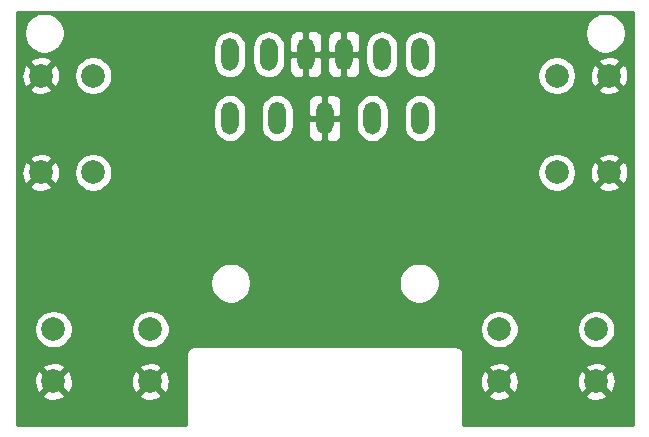
<source format=gbr>
G04 #@! TF.GenerationSoftware,KiCad,Pcbnew,(5.1.9)-1*
G04 #@! TF.CreationDate,2021-10-01T15:11:33-04:00*
G04 #@! TF.ProjectId,GBZ2,47425a32-2e6b-4696-9361-645f70636258,rev?*
G04 #@! TF.SameCoordinates,Original*
G04 #@! TF.FileFunction,Copper,L2,Bot*
G04 #@! TF.FilePolarity,Positive*
%FSLAX46Y46*%
G04 Gerber Fmt 4.6, Leading zero omitted, Abs format (unit mm)*
G04 Created by KiCad (PCBNEW (5.1.9)-1) date 2021-10-01 15:11:33*
%MOMM*%
%LPD*%
G01*
G04 APERTURE LIST*
G04 #@! TA.AperFunction,ComponentPad*
%ADD10C,2.000000*%
G04 #@! TD*
G04 #@! TA.AperFunction,Conductor*
%ADD11C,0.250000*%
G04 #@! TD*
G04 #@! TA.AperFunction,Conductor*
%ADD12C,0.254000*%
G04 #@! TD*
G04 #@! TA.AperFunction,Conductor*
%ADD13C,0.100000*%
G04 #@! TD*
G04 APERTURE END LIST*
D10*
X108025000Y-150999891D03*
X108025000Y-146569891D03*
X116225000Y-150999891D03*
X116225000Y-146569891D03*
X70275165Y-150999891D03*
X70275165Y-146569891D03*
X78475165Y-150999891D03*
X78475165Y-146569891D03*
X73630000Y-133300000D03*
X69200000Y-133300000D03*
X73630000Y-125100000D03*
X69200000Y-125100000D03*
G04 #@! TA.AperFunction,ComponentPad*
G36*
G01*
X85950000Y-128050000D02*
X85950000Y-129350000D01*
G75*
G02*
X85200000Y-130100000I-750000J0D01*
G01*
X85200000Y-130100000D01*
G75*
G02*
X84450000Y-129350000I0J750000D01*
G01*
X84450000Y-128050000D01*
G75*
G02*
X85200000Y-127300000I750000J0D01*
G01*
X85200000Y-127300000D01*
G75*
G02*
X85950000Y-128050000I0J-750000D01*
G01*
G37*
G04 #@! TD.AperFunction*
G04 #@! TA.AperFunction,ComponentPad*
G36*
G01*
X100550000Y-129350000D02*
X100550000Y-128050000D01*
G75*
G02*
X101300000Y-127300000I750000J0D01*
G01*
X101300000Y-127300000D01*
G75*
G02*
X102050000Y-128050000I0J-750000D01*
G01*
X102050000Y-129350000D01*
G75*
G02*
X101300000Y-130100000I-750000J0D01*
G01*
X101300000Y-130100000D01*
G75*
G02*
X100550000Y-129350000I0J750000D01*
G01*
G37*
G04 #@! TD.AperFunction*
G04 #@! TA.AperFunction,ComponentPad*
G36*
G01*
X96520000Y-129350000D02*
X96520000Y-128050000D01*
G75*
G02*
X97270000Y-127300000I750000J0D01*
G01*
X97270000Y-127300000D01*
G75*
G02*
X98020000Y-128050000I0J-750000D01*
G01*
X98020000Y-129350000D01*
G75*
G02*
X97270000Y-130100000I-750000J0D01*
G01*
X97270000Y-130100000D01*
G75*
G02*
X96520000Y-129350000I0J750000D01*
G01*
G37*
G04 #@! TD.AperFunction*
G04 #@! TA.AperFunction,ComponentPad*
G36*
G01*
X84450000Y-123950000D02*
X84450000Y-122650000D01*
G75*
G02*
X85200000Y-121900000I750000J0D01*
G01*
X85200000Y-121900000D01*
G75*
G02*
X85950000Y-122650000I0J-750000D01*
G01*
X85950000Y-123950000D01*
G75*
G02*
X85200000Y-124700000I-750000J0D01*
G01*
X85200000Y-124700000D01*
G75*
G02*
X84450000Y-123950000I0J750000D01*
G01*
G37*
G04 #@! TD.AperFunction*
G04 #@! TA.AperFunction,ComponentPad*
G36*
G01*
X87750000Y-123950000D02*
X87750000Y-122650000D01*
G75*
G02*
X88500000Y-121900000I750000J0D01*
G01*
X88500000Y-121900000D01*
G75*
G02*
X89250000Y-122650000I0J-750000D01*
G01*
X89250000Y-123950000D01*
G75*
G02*
X88500000Y-124700000I-750000J0D01*
G01*
X88500000Y-124700000D01*
G75*
G02*
X87750000Y-123950000I0J750000D01*
G01*
G37*
G04 #@! TD.AperFunction*
G04 #@! TA.AperFunction,ComponentPad*
G36*
G01*
X97330000Y-123950000D02*
X97330000Y-122650000D01*
G75*
G02*
X98080000Y-121900000I750000J0D01*
G01*
X98080000Y-121900000D01*
G75*
G02*
X98830000Y-122650000I0J-750000D01*
G01*
X98830000Y-123950000D01*
G75*
G02*
X98080000Y-124700000I-750000J0D01*
G01*
X98080000Y-124700000D01*
G75*
G02*
X97330000Y-123950000I0J750000D01*
G01*
G37*
G04 #@! TD.AperFunction*
G04 #@! TA.AperFunction,ComponentPad*
G36*
G01*
X100550000Y-123950000D02*
X100550000Y-122650000D01*
G75*
G02*
X101300000Y-121900000I750000J0D01*
G01*
X101300000Y-121900000D01*
G75*
G02*
X102050000Y-122650000I0J-750000D01*
G01*
X102050000Y-123950000D01*
G75*
G02*
X101300000Y-124700000I-750000J0D01*
G01*
X101300000Y-124700000D01*
G75*
G02*
X100550000Y-123950000I0J750000D01*
G01*
G37*
G04 #@! TD.AperFunction*
G04 #@! TA.AperFunction,ComponentPad*
G36*
G01*
X94110000Y-123950000D02*
X94110000Y-122650000D01*
G75*
G02*
X94860000Y-121900000I750000J0D01*
G01*
X94860000Y-121900000D01*
G75*
G02*
X95610000Y-122650000I0J-750000D01*
G01*
X95610000Y-123950000D01*
G75*
G02*
X94860000Y-124700000I-750000J0D01*
G01*
X94860000Y-124700000D01*
G75*
G02*
X94110000Y-123950000I0J750000D01*
G01*
G37*
G04 #@! TD.AperFunction*
G04 #@! TA.AperFunction,ComponentPad*
G36*
G01*
X90890000Y-123950000D02*
X90890000Y-122650000D01*
G75*
G02*
X91640000Y-121900000I750000J0D01*
G01*
X91640000Y-121900000D01*
G75*
G02*
X92390000Y-122650000I0J-750000D01*
G01*
X92390000Y-123950000D01*
G75*
G02*
X91640000Y-124700000I-750000J0D01*
G01*
X91640000Y-124700000D01*
G75*
G02*
X90890000Y-123950000I0J750000D01*
G01*
G37*
G04 #@! TD.AperFunction*
G04 #@! TA.AperFunction,ComponentPad*
G36*
G01*
X92490000Y-129350000D02*
X92490000Y-128050000D01*
G75*
G02*
X93240000Y-127300000I750000J0D01*
G01*
X93240000Y-127300000D01*
G75*
G02*
X93990000Y-128050000I0J-750000D01*
G01*
X93990000Y-129350000D01*
G75*
G02*
X93240000Y-130100000I-750000J0D01*
G01*
X93240000Y-130100000D01*
G75*
G02*
X92490000Y-129350000I0J750000D01*
G01*
G37*
G04 #@! TD.AperFunction*
G04 #@! TA.AperFunction,ComponentPad*
G36*
G01*
X88460000Y-129350000D02*
X88460000Y-128050000D01*
G75*
G02*
X89210000Y-127300000I750000J0D01*
G01*
X89210000Y-127300000D01*
G75*
G02*
X89960000Y-128050000I0J-750000D01*
G01*
X89960000Y-129350000D01*
G75*
G02*
X89210000Y-130100000I-750000J0D01*
G01*
X89210000Y-130100000D01*
G75*
G02*
X88460000Y-129350000I0J750000D01*
G01*
G37*
G04 #@! TD.AperFunction*
X117314800Y-133299938D03*
X112884800Y-133299938D03*
X117314800Y-125099938D03*
X112884800Y-125099938D03*
D11*
X112072539Y-125500000D02*
X112089702Y-125482837D01*
X78381327Y-146487898D02*
X78374346Y-146496652D01*
X78475165Y-146569891D02*
X78393172Y-146487898D01*
X78393172Y-146487898D02*
X78381327Y-146487898D01*
X78413879Y-145679608D02*
X78427964Y-145687600D01*
X78400000Y-145683439D02*
X78413879Y-145679608D01*
D12*
X68394038Y-120152319D02*
X68152373Y-120393984D01*
X67962499Y-120678151D01*
X67831711Y-120993901D01*
X67765036Y-121329099D01*
X67765036Y-121670865D01*
X67831711Y-122006063D01*
X67962499Y-122321813D01*
X68152373Y-122605980D01*
X68394038Y-122847645D01*
X68678205Y-123037519D01*
X68993955Y-123168307D01*
X69329153Y-123234982D01*
X69670919Y-123234982D01*
X70006117Y-123168307D01*
X70321867Y-123037519D01*
X70606034Y-122847645D01*
X70803679Y-122650000D01*
X83811927Y-122650000D01*
X83811927Y-123950000D01*
X83838598Y-124220799D01*
X83917588Y-124481192D01*
X84045859Y-124721171D01*
X84218484Y-124931515D01*
X84428828Y-125104140D01*
X84668807Y-125232411D01*
X84929200Y-125311401D01*
X85199999Y-125338072D01*
X85200001Y-125338072D01*
X85470800Y-125311401D01*
X85731193Y-125232411D01*
X85971172Y-125104140D01*
X86181516Y-124931515D01*
X86354141Y-124721171D01*
X86482412Y-124481192D01*
X86561402Y-124220799D01*
X86588073Y-123950000D01*
X86588073Y-122650000D01*
X87111927Y-122650000D01*
X87111927Y-123950000D01*
X87138598Y-124220799D01*
X87217588Y-124481192D01*
X87345859Y-124721171D01*
X87518484Y-124931515D01*
X87728828Y-125104140D01*
X87968807Y-125232411D01*
X88229200Y-125311401D01*
X88499999Y-125338072D01*
X88500001Y-125338072D01*
X88770800Y-125311401D01*
X89031193Y-125232411D01*
X89271172Y-125104140D01*
X89481516Y-124931515D01*
X89654141Y-124721171D01*
X89665457Y-124700000D01*
X90251928Y-124700000D01*
X90264188Y-124824482D01*
X90300498Y-124944180D01*
X90359463Y-125054494D01*
X90438815Y-125151185D01*
X90535506Y-125230537D01*
X90645820Y-125289502D01*
X90765518Y-125325812D01*
X90890000Y-125338072D01*
X91354250Y-125335000D01*
X91513000Y-125176250D01*
X91513000Y-123427000D01*
X91767000Y-123427000D01*
X91767000Y-125176250D01*
X91925750Y-125335000D01*
X92390000Y-125338072D01*
X92514482Y-125325812D01*
X92634180Y-125289502D01*
X92744494Y-125230537D01*
X92841185Y-125151185D01*
X92920537Y-125054494D01*
X92979502Y-124944180D01*
X93015812Y-124824482D01*
X93028072Y-124700000D01*
X93471928Y-124700000D01*
X93484188Y-124824482D01*
X93520498Y-124944180D01*
X93579463Y-125054494D01*
X93658815Y-125151185D01*
X93755506Y-125230537D01*
X93865820Y-125289502D01*
X93985518Y-125325812D01*
X94110000Y-125338072D01*
X94574250Y-125335000D01*
X94733000Y-125176250D01*
X94733000Y-123427000D01*
X94987000Y-123427000D01*
X94987000Y-125176250D01*
X95145750Y-125335000D01*
X95610000Y-125338072D01*
X95734482Y-125325812D01*
X95854180Y-125289502D01*
X95964494Y-125230537D01*
X96061185Y-125151185D01*
X96140537Y-125054494D01*
X96199502Y-124944180D01*
X96235812Y-124824482D01*
X96248072Y-124700000D01*
X96245000Y-123585750D01*
X96086250Y-123427000D01*
X94987000Y-123427000D01*
X94733000Y-123427000D01*
X93633750Y-123427000D01*
X93475000Y-123585750D01*
X93471928Y-124700000D01*
X93028072Y-124700000D01*
X93025000Y-123585750D01*
X92866250Y-123427000D01*
X91767000Y-123427000D01*
X91513000Y-123427000D01*
X90413750Y-123427000D01*
X90255000Y-123585750D01*
X90251928Y-124700000D01*
X89665457Y-124700000D01*
X89782412Y-124481192D01*
X89861402Y-124220799D01*
X89888073Y-123950000D01*
X89888073Y-122650000D01*
X89861402Y-122379201D01*
X89782412Y-122118808D01*
X89665458Y-121900000D01*
X90251928Y-121900000D01*
X90255000Y-123014250D01*
X90413750Y-123173000D01*
X91513000Y-123173000D01*
X91513000Y-121423750D01*
X91767000Y-121423750D01*
X91767000Y-123173000D01*
X92866250Y-123173000D01*
X93025000Y-123014250D01*
X93028072Y-121900000D01*
X93471928Y-121900000D01*
X93475000Y-123014250D01*
X93633750Y-123173000D01*
X94733000Y-123173000D01*
X94733000Y-121423750D01*
X94987000Y-121423750D01*
X94987000Y-123173000D01*
X96086250Y-123173000D01*
X96245000Y-123014250D01*
X96246004Y-122650000D01*
X96691927Y-122650000D01*
X96691927Y-123950000D01*
X96718598Y-124220799D01*
X96797588Y-124481192D01*
X96925859Y-124721171D01*
X97098484Y-124931515D01*
X97308828Y-125104140D01*
X97548807Y-125232411D01*
X97809200Y-125311401D01*
X98079999Y-125338072D01*
X98080001Y-125338072D01*
X98350800Y-125311401D01*
X98611193Y-125232411D01*
X98851172Y-125104140D01*
X99061516Y-124931515D01*
X99234141Y-124721171D01*
X99362412Y-124481192D01*
X99441402Y-124220799D01*
X99468073Y-123950000D01*
X99468073Y-122650000D01*
X99911927Y-122650000D01*
X99911927Y-123950000D01*
X99938598Y-124220799D01*
X100017588Y-124481192D01*
X100145859Y-124721171D01*
X100318484Y-124931515D01*
X100528828Y-125104140D01*
X100768807Y-125232411D01*
X101029200Y-125311401D01*
X101299999Y-125338072D01*
X101300001Y-125338072D01*
X101570800Y-125311401D01*
X101831193Y-125232411D01*
X102071172Y-125104140D01*
X102272511Y-124938905D01*
X111249800Y-124938905D01*
X111249800Y-125260971D01*
X111312632Y-125576850D01*
X111317618Y-125588887D01*
X111323537Y-125648985D01*
X111366993Y-125792246D01*
X111437565Y-125924276D01*
X111532538Y-126040001D01*
X111563524Y-126065430D01*
X111614813Y-126142190D01*
X111842548Y-126369925D01*
X112110337Y-126548856D01*
X112407888Y-126672106D01*
X112723767Y-126734938D01*
X113045833Y-126734938D01*
X113361712Y-126672106D01*
X113659263Y-126548856D01*
X113927052Y-126369925D01*
X114061626Y-126235351D01*
X116358992Y-126235351D01*
X116454756Y-126499752D01*
X116744371Y-126640642D01*
X117055908Y-126722322D01*
X117377395Y-126741656D01*
X117696475Y-126697899D01*
X118000888Y-126592733D01*
X118174844Y-126499752D01*
X118270608Y-126235351D01*
X117314800Y-125279543D01*
X116358992Y-126235351D01*
X114061626Y-126235351D01*
X114154787Y-126142190D01*
X114333718Y-125874401D01*
X114456968Y-125576850D01*
X114519800Y-125260971D01*
X114519800Y-125162533D01*
X115673082Y-125162533D01*
X115716839Y-125481613D01*
X115822005Y-125786026D01*
X115914986Y-125959982D01*
X116179387Y-126055746D01*
X117135195Y-125099938D01*
X117494405Y-125099938D01*
X118450213Y-126055746D01*
X118714614Y-125959982D01*
X118855504Y-125670367D01*
X118937184Y-125358830D01*
X118956518Y-125037343D01*
X118912761Y-124718263D01*
X118807595Y-124413850D01*
X118714614Y-124239894D01*
X118450213Y-124144130D01*
X117494405Y-125099938D01*
X117135195Y-125099938D01*
X116179387Y-124144130D01*
X115914986Y-124239894D01*
X115774096Y-124529509D01*
X115692416Y-124841046D01*
X115673082Y-125162533D01*
X114519800Y-125162533D01*
X114519800Y-124938905D01*
X114456968Y-124623026D01*
X114333718Y-124325475D01*
X114154787Y-124057686D01*
X114061626Y-123964525D01*
X116358992Y-123964525D01*
X117314800Y-124920333D01*
X118270608Y-123964525D01*
X118174844Y-123700124D01*
X117885229Y-123559234D01*
X117573692Y-123477554D01*
X117252205Y-123458220D01*
X116933125Y-123501977D01*
X116628712Y-123607143D01*
X116454756Y-123700124D01*
X116358992Y-123964525D01*
X114061626Y-123964525D01*
X113927052Y-123829951D01*
X113659263Y-123651020D01*
X113361712Y-123527770D01*
X113045833Y-123464938D01*
X112723767Y-123464938D01*
X112407888Y-123527770D01*
X112110337Y-123651020D01*
X111842548Y-123829951D01*
X111614813Y-124057686D01*
X111435882Y-124325475D01*
X111312632Y-124623026D01*
X111249800Y-124938905D01*
X102272511Y-124938905D01*
X102281516Y-124931515D01*
X102454141Y-124721171D01*
X102582412Y-124481192D01*
X102661402Y-124220799D01*
X102688073Y-123950000D01*
X102688073Y-122650000D01*
X102661402Y-122379201D01*
X102582412Y-122118808D01*
X102454141Y-121878829D01*
X102281516Y-121668485D01*
X102071172Y-121495860D01*
X101831193Y-121367589D01*
X101570800Y-121288599D01*
X101300001Y-121261928D01*
X101299999Y-121261928D01*
X101029200Y-121288599D01*
X100768807Y-121367589D01*
X100528828Y-121495860D01*
X100318484Y-121668485D01*
X100145859Y-121878829D01*
X100017588Y-122118808D01*
X99938598Y-122379201D01*
X99911927Y-122650000D01*
X99468073Y-122650000D01*
X99441402Y-122379201D01*
X99362412Y-122118808D01*
X99234141Y-121878829D01*
X99061516Y-121668485D01*
X98851172Y-121495860D01*
X98611193Y-121367589D01*
X98350800Y-121288599D01*
X98080001Y-121261928D01*
X98079999Y-121261928D01*
X97809200Y-121288599D01*
X97548807Y-121367589D01*
X97308828Y-121495860D01*
X97098484Y-121668485D01*
X96925859Y-121878829D01*
X96797588Y-122118808D01*
X96718598Y-122379201D01*
X96691927Y-122650000D01*
X96246004Y-122650000D01*
X96248072Y-121900000D01*
X96235812Y-121775518D01*
X96199502Y-121655820D01*
X96140537Y-121545506D01*
X96061185Y-121448815D01*
X95964494Y-121369463D01*
X95854180Y-121310498D01*
X95734482Y-121274188D01*
X95610000Y-121261928D01*
X95145750Y-121265000D01*
X94987000Y-121423750D01*
X94733000Y-121423750D01*
X94574250Y-121265000D01*
X94110000Y-121261928D01*
X93985518Y-121274188D01*
X93865820Y-121310498D01*
X93755506Y-121369463D01*
X93658815Y-121448815D01*
X93579463Y-121545506D01*
X93520498Y-121655820D01*
X93484188Y-121775518D01*
X93471928Y-121900000D01*
X93028072Y-121900000D01*
X93015812Y-121775518D01*
X92979502Y-121655820D01*
X92920537Y-121545506D01*
X92841185Y-121448815D01*
X92744494Y-121369463D01*
X92634180Y-121310498D01*
X92514482Y-121274188D01*
X92390000Y-121261928D01*
X91925750Y-121265000D01*
X91767000Y-121423750D01*
X91513000Y-121423750D01*
X91354250Y-121265000D01*
X90890000Y-121261928D01*
X90765518Y-121274188D01*
X90645820Y-121310498D01*
X90535506Y-121369463D01*
X90438815Y-121448815D01*
X90359463Y-121545506D01*
X90300498Y-121655820D01*
X90264188Y-121775518D01*
X90251928Y-121900000D01*
X89665458Y-121900000D01*
X89654141Y-121878829D01*
X89481516Y-121668485D01*
X89271172Y-121495860D01*
X89031193Y-121367589D01*
X88770800Y-121288599D01*
X88500001Y-121261928D01*
X88499999Y-121261928D01*
X88229200Y-121288599D01*
X87968807Y-121367589D01*
X87728828Y-121495860D01*
X87518484Y-121668485D01*
X87345859Y-121878829D01*
X87217588Y-122118808D01*
X87138598Y-122379201D01*
X87111927Y-122650000D01*
X86588073Y-122650000D01*
X86561402Y-122379201D01*
X86482412Y-122118808D01*
X86354141Y-121878829D01*
X86181516Y-121668485D01*
X85971172Y-121495860D01*
X85731193Y-121367589D01*
X85470800Y-121288599D01*
X85200001Y-121261928D01*
X85199999Y-121261928D01*
X84929200Y-121288599D01*
X84668807Y-121367589D01*
X84428828Y-121495860D01*
X84218484Y-121668485D01*
X84045859Y-121878829D01*
X83917588Y-122118808D01*
X83838598Y-122379201D01*
X83811927Y-122650000D01*
X70803679Y-122650000D01*
X70847699Y-122605980D01*
X71037573Y-122321813D01*
X71168361Y-122006063D01*
X71235036Y-121670865D01*
X71235036Y-121329099D01*
X71168361Y-120993901D01*
X71037573Y-120678151D01*
X70847699Y-120393984D01*
X70606034Y-120152319D01*
X70568141Y-120127000D01*
X115931895Y-120127000D01*
X115894002Y-120152319D01*
X115652337Y-120393984D01*
X115462463Y-120678151D01*
X115331675Y-120993901D01*
X115265000Y-121329099D01*
X115265000Y-121670865D01*
X115331675Y-122006063D01*
X115462463Y-122321813D01*
X115652337Y-122605980D01*
X115894002Y-122847645D01*
X116178169Y-123037519D01*
X116493919Y-123168307D01*
X116829117Y-123234982D01*
X117170883Y-123234982D01*
X117506081Y-123168307D01*
X117821831Y-123037519D01*
X118105998Y-122847645D01*
X118347663Y-122605980D01*
X118537537Y-122321813D01*
X118668325Y-122006063D01*
X118735000Y-121670865D01*
X118735000Y-121329099D01*
X118668325Y-120993901D01*
X118537537Y-120678151D01*
X118347663Y-120393984D01*
X118105998Y-120152319D01*
X118068105Y-120127000D01*
X119315000Y-120127000D01*
X119315001Y-154689989D01*
X104985000Y-154689989D01*
X104985000Y-152135304D01*
X107069192Y-152135304D01*
X107164956Y-152399705D01*
X107454571Y-152540595D01*
X107766108Y-152622275D01*
X108087595Y-152641609D01*
X108406675Y-152597852D01*
X108711088Y-152492686D01*
X108885044Y-152399705D01*
X108980808Y-152135304D01*
X115269192Y-152135304D01*
X115364956Y-152399705D01*
X115654571Y-152540595D01*
X115966108Y-152622275D01*
X116287595Y-152641609D01*
X116606675Y-152597852D01*
X116911088Y-152492686D01*
X117085044Y-152399705D01*
X117180808Y-152135304D01*
X116225000Y-151179496D01*
X115269192Y-152135304D01*
X108980808Y-152135304D01*
X108025000Y-151179496D01*
X107069192Y-152135304D01*
X104985000Y-152135304D01*
X104985000Y-151062486D01*
X106383282Y-151062486D01*
X106427039Y-151381566D01*
X106532205Y-151685979D01*
X106625186Y-151859935D01*
X106889587Y-151955699D01*
X107845395Y-150999891D01*
X108204605Y-150999891D01*
X109160413Y-151955699D01*
X109424814Y-151859935D01*
X109565704Y-151570320D01*
X109647384Y-151258783D01*
X109659189Y-151062486D01*
X114583282Y-151062486D01*
X114627039Y-151381566D01*
X114732205Y-151685979D01*
X114825186Y-151859935D01*
X115089587Y-151955699D01*
X116045395Y-150999891D01*
X116404605Y-150999891D01*
X117360413Y-151955699D01*
X117624814Y-151859935D01*
X117765704Y-151570320D01*
X117847384Y-151258783D01*
X117866718Y-150937296D01*
X117822961Y-150618216D01*
X117717795Y-150313803D01*
X117624814Y-150139847D01*
X117360413Y-150044083D01*
X116404605Y-150999891D01*
X116045395Y-150999891D01*
X115089587Y-150044083D01*
X114825186Y-150139847D01*
X114684296Y-150429462D01*
X114602616Y-150740999D01*
X114583282Y-151062486D01*
X109659189Y-151062486D01*
X109666718Y-150937296D01*
X109622961Y-150618216D01*
X109517795Y-150313803D01*
X109424814Y-150139847D01*
X109160413Y-150044083D01*
X108204605Y-150999891D01*
X107845395Y-150999891D01*
X106889587Y-150044083D01*
X106625186Y-150139847D01*
X106484296Y-150429462D01*
X106402616Y-150740999D01*
X106383282Y-151062486D01*
X104985000Y-151062486D01*
X104985000Y-149864478D01*
X107069192Y-149864478D01*
X108025000Y-150820286D01*
X108980808Y-149864478D01*
X115269192Y-149864478D01*
X116225000Y-150820286D01*
X117180808Y-149864478D01*
X117085044Y-149600077D01*
X116795429Y-149459187D01*
X116483892Y-149377507D01*
X116162405Y-149358173D01*
X115843325Y-149401930D01*
X115538912Y-149507096D01*
X115364956Y-149600077D01*
X115269192Y-149864478D01*
X108980808Y-149864478D01*
X108885044Y-149600077D01*
X108595429Y-149459187D01*
X108283892Y-149377507D01*
X107962405Y-149358173D01*
X107643325Y-149401930D01*
X107338912Y-149507096D01*
X107164956Y-149600077D01*
X107069192Y-149864478D01*
X104985000Y-149864478D01*
X104985000Y-148712612D01*
X104988314Y-148678965D01*
X104975088Y-148544682D01*
X104935919Y-148415559D01*
X104872312Y-148296558D01*
X104786711Y-148192254D01*
X104682407Y-148106653D01*
X104563406Y-148043046D01*
X104434283Y-148003877D01*
X104333647Y-147993965D01*
X104300000Y-147990651D01*
X104266353Y-147993965D01*
X82233647Y-147993965D01*
X82200000Y-147990651D01*
X82166353Y-147993965D01*
X82065717Y-148003877D01*
X81936594Y-148043046D01*
X81817593Y-148106653D01*
X81713289Y-148192254D01*
X81627688Y-148296558D01*
X81564081Y-148415559D01*
X81524912Y-148544682D01*
X81511686Y-148678965D01*
X81515000Y-148712612D01*
X81515001Y-154689989D01*
X67185036Y-154689989D01*
X67185036Y-152135304D01*
X69319357Y-152135304D01*
X69415121Y-152399705D01*
X69704736Y-152540595D01*
X70016273Y-152622275D01*
X70337760Y-152641609D01*
X70656840Y-152597852D01*
X70961253Y-152492686D01*
X71135209Y-152399705D01*
X71230973Y-152135304D01*
X77519357Y-152135304D01*
X77615121Y-152399705D01*
X77904736Y-152540595D01*
X78216273Y-152622275D01*
X78537760Y-152641609D01*
X78856840Y-152597852D01*
X79161253Y-152492686D01*
X79335209Y-152399705D01*
X79430973Y-152135304D01*
X78475165Y-151179496D01*
X77519357Y-152135304D01*
X71230973Y-152135304D01*
X70275165Y-151179496D01*
X69319357Y-152135304D01*
X67185036Y-152135304D01*
X67185036Y-151062486D01*
X68633447Y-151062486D01*
X68677204Y-151381566D01*
X68782370Y-151685979D01*
X68875351Y-151859935D01*
X69139752Y-151955699D01*
X70095560Y-150999891D01*
X70454770Y-150999891D01*
X71410578Y-151955699D01*
X71674979Y-151859935D01*
X71815869Y-151570320D01*
X71897549Y-151258783D01*
X71909354Y-151062486D01*
X76833447Y-151062486D01*
X76877204Y-151381566D01*
X76982370Y-151685979D01*
X77075351Y-151859935D01*
X77339752Y-151955699D01*
X78295560Y-150999891D01*
X78654770Y-150999891D01*
X79610578Y-151955699D01*
X79874979Y-151859935D01*
X80015869Y-151570320D01*
X80097549Y-151258783D01*
X80116883Y-150937296D01*
X80073126Y-150618216D01*
X79967960Y-150313803D01*
X79874979Y-150139847D01*
X79610578Y-150044083D01*
X78654770Y-150999891D01*
X78295560Y-150999891D01*
X77339752Y-150044083D01*
X77075351Y-150139847D01*
X76934461Y-150429462D01*
X76852781Y-150740999D01*
X76833447Y-151062486D01*
X71909354Y-151062486D01*
X71916883Y-150937296D01*
X71873126Y-150618216D01*
X71767960Y-150313803D01*
X71674979Y-150139847D01*
X71410578Y-150044083D01*
X70454770Y-150999891D01*
X70095560Y-150999891D01*
X69139752Y-150044083D01*
X68875351Y-150139847D01*
X68734461Y-150429462D01*
X68652781Y-150740999D01*
X68633447Y-151062486D01*
X67185036Y-151062486D01*
X67185036Y-149864478D01*
X69319357Y-149864478D01*
X70275165Y-150820286D01*
X71230973Y-149864478D01*
X77519357Y-149864478D01*
X78475165Y-150820286D01*
X79430973Y-149864478D01*
X79335209Y-149600077D01*
X79045594Y-149459187D01*
X78734057Y-149377507D01*
X78412570Y-149358173D01*
X78093490Y-149401930D01*
X77789077Y-149507096D01*
X77615121Y-149600077D01*
X77519357Y-149864478D01*
X71230973Y-149864478D01*
X71135209Y-149600077D01*
X70845594Y-149459187D01*
X70534057Y-149377507D01*
X70212570Y-149358173D01*
X69893490Y-149401930D01*
X69589077Y-149507096D01*
X69415121Y-149600077D01*
X69319357Y-149864478D01*
X67185036Y-149864478D01*
X67185036Y-146408858D01*
X68640165Y-146408858D01*
X68640165Y-146730924D01*
X68702997Y-147046803D01*
X68826247Y-147344354D01*
X69005178Y-147612143D01*
X69232913Y-147839878D01*
X69500702Y-148018809D01*
X69798253Y-148142059D01*
X70114132Y-148204891D01*
X70436198Y-148204891D01*
X70752077Y-148142059D01*
X71049628Y-148018809D01*
X71317417Y-147839878D01*
X71545152Y-147612143D01*
X71724083Y-147344354D01*
X71847333Y-147046803D01*
X71910165Y-146730924D01*
X71910165Y-146408858D01*
X76840165Y-146408858D01*
X76840165Y-146730924D01*
X76902997Y-147046803D01*
X77026247Y-147344354D01*
X77205178Y-147612143D01*
X77432913Y-147839878D01*
X77700702Y-148018809D01*
X77998253Y-148142059D01*
X78314132Y-148204891D01*
X78636198Y-148204891D01*
X78952077Y-148142059D01*
X79249628Y-148018809D01*
X79517417Y-147839878D01*
X79745152Y-147612143D01*
X79924083Y-147344354D01*
X80047333Y-147046803D01*
X80110165Y-146730924D01*
X80110165Y-146408858D01*
X106390000Y-146408858D01*
X106390000Y-146730924D01*
X106452832Y-147046803D01*
X106576082Y-147344354D01*
X106755013Y-147612143D01*
X106982748Y-147839878D01*
X107250537Y-148018809D01*
X107548088Y-148142059D01*
X107863967Y-148204891D01*
X108186033Y-148204891D01*
X108501912Y-148142059D01*
X108799463Y-148018809D01*
X109067252Y-147839878D01*
X109294987Y-147612143D01*
X109473918Y-147344354D01*
X109597168Y-147046803D01*
X109660000Y-146730924D01*
X109660000Y-146408858D01*
X114590000Y-146408858D01*
X114590000Y-146730924D01*
X114652832Y-147046803D01*
X114776082Y-147344354D01*
X114955013Y-147612143D01*
X115182748Y-147839878D01*
X115450537Y-148018809D01*
X115748088Y-148142059D01*
X116063967Y-148204891D01*
X116386033Y-148204891D01*
X116701912Y-148142059D01*
X116999463Y-148018809D01*
X117267252Y-147839878D01*
X117494987Y-147612143D01*
X117673918Y-147344354D01*
X117797168Y-147046803D01*
X117860000Y-146730924D01*
X117860000Y-146408858D01*
X117797168Y-146092979D01*
X117673918Y-145795428D01*
X117494987Y-145527639D01*
X117267252Y-145299904D01*
X116999463Y-145120973D01*
X116701912Y-144997723D01*
X116386033Y-144934891D01*
X116063967Y-144934891D01*
X115748088Y-144997723D01*
X115450537Y-145120973D01*
X115182748Y-145299904D01*
X114955013Y-145527639D01*
X114776082Y-145795428D01*
X114652832Y-146092979D01*
X114590000Y-146408858D01*
X109660000Y-146408858D01*
X109597168Y-146092979D01*
X109473918Y-145795428D01*
X109294987Y-145527639D01*
X109067252Y-145299904D01*
X108799463Y-145120973D01*
X108501912Y-144997723D01*
X108186033Y-144934891D01*
X107863967Y-144934891D01*
X107548088Y-144997723D01*
X107250537Y-145120973D01*
X106982748Y-145299904D01*
X106755013Y-145527639D01*
X106576082Y-145795428D01*
X106452832Y-146092979D01*
X106390000Y-146408858D01*
X80110165Y-146408858D01*
X80047333Y-146092979D01*
X79924083Y-145795428D01*
X79745152Y-145527639D01*
X79517417Y-145299904D01*
X79249628Y-145120973D01*
X78952077Y-144997723D01*
X78636198Y-144934891D01*
X78566264Y-144934891D01*
X78507888Y-144921739D01*
X78507871Y-144921739D01*
X78507860Y-144921736D01*
X78439561Y-144920015D01*
X78358230Y-144917962D01*
X78358216Y-144917964D01*
X78358201Y-144917964D01*
X78274778Y-144932383D01*
X78210709Y-144943454D01*
X78175689Y-144956935D01*
X78161794Y-144960770D01*
X78138025Y-144969921D01*
X77998253Y-144997723D01*
X77700702Y-145120973D01*
X77432913Y-145299904D01*
X77205178Y-145527639D01*
X77026247Y-145795428D01*
X76902997Y-146092979D01*
X76840165Y-146408858D01*
X71910165Y-146408858D01*
X71847333Y-146092979D01*
X71724083Y-145795428D01*
X71545152Y-145527639D01*
X71317417Y-145299904D01*
X71049628Y-145120973D01*
X70752077Y-144997723D01*
X70436198Y-144934891D01*
X70114132Y-144934891D01*
X69798253Y-144997723D01*
X69500702Y-145120973D01*
X69232913Y-145299904D01*
X69005178Y-145527639D01*
X68826247Y-145795428D01*
X68702997Y-146092979D01*
X68640165Y-146408858D01*
X67185036Y-146408858D01*
X67185036Y-142504362D01*
X83540151Y-142504362D01*
X83540151Y-142846128D01*
X83606826Y-143181326D01*
X83737614Y-143497076D01*
X83927488Y-143781243D01*
X84169153Y-144022908D01*
X84453320Y-144212782D01*
X84769070Y-144343570D01*
X85104268Y-144410245D01*
X85446034Y-144410245D01*
X85781232Y-144343570D01*
X86096982Y-144212782D01*
X86381149Y-144022908D01*
X86622814Y-143781243D01*
X86812688Y-143497076D01*
X86943476Y-143181326D01*
X87010151Y-142846128D01*
X87010151Y-142504362D01*
X99490151Y-142504362D01*
X99490151Y-142846128D01*
X99556826Y-143181326D01*
X99687614Y-143497076D01*
X99877488Y-143781243D01*
X100119153Y-144022908D01*
X100403320Y-144212782D01*
X100719070Y-144343570D01*
X101054268Y-144410245D01*
X101396034Y-144410245D01*
X101731232Y-144343570D01*
X102046982Y-144212782D01*
X102331149Y-144022908D01*
X102572814Y-143781243D01*
X102762688Y-143497076D01*
X102893476Y-143181326D01*
X102960151Y-142846128D01*
X102960151Y-142504362D01*
X102893476Y-142169164D01*
X102762688Y-141853414D01*
X102572814Y-141569247D01*
X102331149Y-141327582D01*
X102046982Y-141137708D01*
X101731232Y-141006920D01*
X101396034Y-140940245D01*
X101054268Y-140940245D01*
X100719070Y-141006920D01*
X100403320Y-141137708D01*
X100119153Y-141327582D01*
X99877488Y-141569247D01*
X99687614Y-141853414D01*
X99556826Y-142169164D01*
X99490151Y-142504362D01*
X87010151Y-142504362D01*
X86943476Y-142169164D01*
X86812688Y-141853414D01*
X86622814Y-141569247D01*
X86381149Y-141327582D01*
X86096982Y-141137708D01*
X85781232Y-141006920D01*
X85446034Y-140940245D01*
X85104268Y-140940245D01*
X84769070Y-141006920D01*
X84453320Y-141137708D01*
X84169153Y-141327582D01*
X83927488Y-141569247D01*
X83737614Y-141853414D01*
X83606826Y-142169164D01*
X83540151Y-142504362D01*
X67185036Y-142504362D01*
X67185036Y-134435413D01*
X68244192Y-134435413D01*
X68339956Y-134699814D01*
X68629571Y-134840704D01*
X68941108Y-134922384D01*
X69262595Y-134941718D01*
X69581675Y-134897961D01*
X69886088Y-134792795D01*
X70060044Y-134699814D01*
X70155808Y-134435413D01*
X69200000Y-133479605D01*
X68244192Y-134435413D01*
X67185036Y-134435413D01*
X67185036Y-133362595D01*
X67558282Y-133362595D01*
X67602039Y-133681675D01*
X67707205Y-133986088D01*
X67800186Y-134160044D01*
X68064587Y-134255808D01*
X69020395Y-133300000D01*
X69379605Y-133300000D01*
X70335413Y-134255808D01*
X70599814Y-134160044D01*
X70740704Y-133870429D01*
X70822384Y-133558892D01*
X70841718Y-133237405D01*
X70828219Y-133138967D01*
X71995000Y-133138967D01*
X71995000Y-133461033D01*
X72057832Y-133776912D01*
X72181082Y-134074463D01*
X72360013Y-134342252D01*
X72587748Y-134569987D01*
X72855537Y-134748918D01*
X73153088Y-134872168D01*
X73468967Y-134935000D01*
X73791033Y-134935000D01*
X74106912Y-134872168D01*
X74404463Y-134748918D01*
X74672252Y-134569987D01*
X74899987Y-134342252D01*
X75078918Y-134074463D01*
X75202168Y-133776912D01*
X75265000Y-133461033D01*
X75265000Y-133138967D01*
X75264988Y-133138905D01*
X111249800Y-133138905D01*
X111249800Y-133460971D01*
X111312632Y-133776850D01*
X111435882Y-134074401D01*
X111614813Y-134342190D01*
X111842548Y-134569925D01*
X112110337Y-134748856D01*
X112407888Y-134872106D01*
X112723767Y-134934938D01*
X113045833Y-134934938D01*
X113361712Y-134872106D01*
X113659263Y-134748856D01*
X113927052Y-134569925D01*
X114061626Y-134435351D01*
X116358992Y-134435351D01*
X116454756Y-134699752D01*
X116744371Y-134840642D01*
X117055908Y-134922322D01*
X117377395Y-134941656D01*
X117696475Y-134897899D01*
X118000888Y-134792733D01*
X118174844Y-134699752D01*
X118270608Y-134435351D01*
X117314800Y-133479543D01*
X116358992Y-134435351D01*
X114061626Y-134435351D01*
X114154787Y-134342190D01*
X114333718Y-134074401D01*
X114456968Y-133776850D01*
X114519800Y-133460971D01*
X114519800Y-133362533D01*
X115673082Y-133362533D01*
X115716839Y-133681613D01*
X115822005Y-133986026D01*
X115914986Y-134159982D01*
X116179387Y-134255746D01*
X117135195Y-133299938D01*
X117494405Y-133299938D01*
X118450213Y-134255746D01*
X118714614Y-134159982D01*
X118855504Y-133870367D01*
X118937184Y-133558830D01*
X118956518Y-133237343D01*
X118912761Y-132918263D01*
X118807595Y-132613850D01*
X118714614Y-132439894D01*
X118450213Y-132344130D01*
X117494405Y-133299938D01*
X117135195Y-133299938D01*
X116179387Y-132344130D01*
X115914986Y-132439894D01*
X115774096Y-132729509D01*
X115692416Y-133041046D01*
X115673082Y-133362533D01*
X114519800Y-133362533D01*
X114519800Y-133138905D01*
X114456968Y-132823026D01*
X114333718Y-132525475D01*
X114154787Y-132257686D01*
X114061626Y-132164525D01*
X116358992Y-132164525D01*
X117314800Y-133120333D01*
X118270608Y-132164525D01*
X118174844Y-131900124D01*
X117885229Y-131759234D01*
X117573692Y-131677554D01*
X117252205Y-131658220D01*
X116933125Y-131701977D01*
X116628712Y-131807143D01*
X116454756Y-131900124D01*
X116358992Y-132164525D01*
X114061626Y-132164525D01*
X113927052Y-132029951D01*
X113659263Y-131851020D01*
X113361712Y-131727770D01*
X113045833Y-131664938D01*
X112723767Y-131664938D01*
X112407888Y-131727770D01*
X112110337Y-131851020D01*
X111842548Y-132029951D01*
X111614813Y-132257686D01*
X111435882Y-132525475D01*
X111312632Y-132823026D01*
X111249800Y-133138905D01*
X75264988Y-133138905D01*
X75202168Y-132823088D01*
X75078918Y-132525537D01*
X74899987Y-132257748D01*
X74672252Y-132030013D01*
X74404463Y-131851082D01*
X74106912Y-131727832D01*
X73791033Y-131665000D01*
X73468967Y-131665000D01*
X73153088Y-131727832D01*
X72855537Y-131851082D01*
X72587748Y-132030013D01*
X72360013Y-132257748D01*
X72181082Y-132525537D01*
X72057832Y-132823088D01*
X71995000Y-133138967D01*
X70828219Y-133138967D01*
X70797961Y-132918325D01*
X70692795Y-132613912D01*
X70599814Y-132439956D01*
X70335413Y-132344192D01*
X69379605Y-133300000D01*
X69020395Y-133300000D01*
X68064587Y-132344192D01*
X67800186Y-132439956D01*
X67659296Y-132729571D01*
X67577616Y-133041108D01*
X67558282Y-133362595D01*
X67185036Y-133362595D01*
X67185036Y-132164587D01*
X68244192Y-132164587D01*
X69200000Y-133120395D01*
X70155808Y-132164587D01*
X70060044Y-131900186D01*
X69770429Y-131759296D01*
X69458892Y-131677616D01*
X69137405Y-131658282D01*
X68818325Y-131702039D01*
X68513912Y-131807205D01*
X68339956Y-131900186D01*
X68244192Y-132164587D01*
X67185036Y-132164587D01*
X67185036Y-128050000D01*
X83811927Y-128050000D01*
X83811927Y-129350000D01*
X83838598Y-129620799D01*
X83917588Y-129881192D01*
X84045859Y-130121171D01*
X84218484Y-130331515D01*
X84428828Y-130504140D01*
X84668807Y-130632411D01*
X84929200Y-130711401D01*
X85199999Y-130738072D01*
X85200001Y-130738072D01*
X85470800Y-130711401D01*
X85731193Y-130632411D01*
X85971172Y-130504140D01*
X86181516Y-130331515D01*
X86354141Y-130121171D01*
X86482412Y-129881192D01*
X86561402Y-129620799D01*
X86588073Y-129350000D01*
X86588073Y-128050000D01*
X87821927Y-128050000D01*
X87821927Y-129350000D01*
X87848598Y-129620799D01*
X87927588Y-129881192D01*
X88055859Y-130121171D01*
X88228484Y-130331515D01*
X88438828Y-130504140D01*
X88678807Y-130632411D01*
X88939200Y-130711401D01*
X89209999Y-130738072D01*
X89210001Y-130738072D01*
X89480800Y-130711401D01*
X89741193Y-130632411D01*
X89981172Y-130504140D01*
X90191516Y-130331515D01*
X90364141Y-130121171D01*
X90375457Y-130100000D01*
X91851928Y-130100000D01*
X91864188Y-130224482D01*
X91900498Y-130344180D01*
X91959463Y-130454494D01*
X92038815Y-130551185D01*
X92135506Y-130630537D01*
X92245820Y-130689502D01*
X92365518Y-130725812D01*
X92490000Y-130738072D01*
X92954250Y-130735000D01*
X93113000Y-130576250D01*
X93113000Y-128827000D01*
X93367000Y-128827000D01*
X93367000Y-130576250D01*
X93525750Y-130735000D01*
X93990000Y-130738072D01*
X94114482Y-130725812D01*
X94234180Y-130689502D01*
X94344494Y-130630537D01*
X94441185Y-130551185D01*
X94520537Y-130454494D01*
X94579502Y-130344180D01*
X94615812Y-130224482D01*
X94628072Y-130100000D01*
X94625000Y-128985750D01*
X94466250Y-128827000D01*
X93367000Y-128827000D01*
X93113000Y-128827000D01*
X92013750Y-128827000D01*
X91855000Y-128985750D01*
X91851928Y-130100000D01*
X90375457Y-130100000D01*
X90492412Y-129881192D01*
X90571402Y-129620799D01*
X90598073Y-129350000D01*
X90598073Y-128050000D01*
X90571402Y-127779201D01*
X90492412Y-127518808D01*
X90375458Y-127300000D01*
X91851928Y-127300000D01*
X91855000Y-128414250D01*
X92013750Y-128573000D01*
X93113000Y-128573000D01*
X93113000Y-126823750D01*
X93367000Y-126823750D01*
X93367000Y-128573000D01*
X94466250Y-128573000D01*
X94625000Y-128414250D01*
X94626004Y-128050000D01*
X95881927Y-128050000D01*
X95881927Y-129350000D01*
X95908598Y-129620799D01*
X95987588Y-129881192D01*
X96115859Y-130121171D01*
X96288484Y-130331515D01*
X96498828Y-130504140D01*
X96738807Y-130632411D01*
X96999200Y-130711401D01*
X97269999Y-130738072D01*
X97270001Y-130738072D01*
X97540800Y-130711401D01*
X97801193Y-130632411D01*
X98041172Y-130504140D01*
X98251516Y-130331515D01*
X98424141Y-130121171D01*
X98552412Y-129881192D01*
X98631402Y-129620799D01*
X98658073Y-129350000D01*
X98658073Y-128050000D01*
X99911927Y-128050000D01*
X99911927Y-129350000D01*
X99938598Y-129620799D01*
X100017588Y-129881192D01*
X100145859Y-130121171D01*
X100318484Y-130331515D01*
X100528828Y-130504140D01*
X100768807Y-130632411D01*
X101029200Y-130711401D01*
X101299999Y-130738072D01*
X101300001Y-130738072D01*
X101570800Y-130711401D01*
X101831193Y-130632411D01*
X102071172Y-130504140D01*
X102281516Y-130331515D01*
X102454141Y-130121171D01*
X102582412Y-129881192D01*
X102661402Y-129620799D01*
X102688073Y-129350000D01*
X102688073Y-128050000D01*
X102661402Y-127779201D01*
X102582412Y-127518808D01*
X102454141Y-127278829D01*
X102281516Y-127068485D01*
X102071172Y-126895860D01*
X101831193Y-126767589D01*
X101570800Y-126688599D01*
X101300001Y-126661928D01*
X101299999Y-126661928D01*
X101029200Y-126688599D01*
X100768807Y-126767589D01*
X100528828Y-126895860D01*
X100318484Y-127068485D01*
X100145859Y-127278829D01*
X100017588Y-127518808D01*
X99938598Y-127779201D01*
X99911927Y-128050000D01*
X98658073Y-128050000D01*
X98631402Y-127779201D01*
X98552412Y-127518808D01*
X98424141Y-127278829D01*
X98251516Y-127068485D01*
X98041172Y-126895860D01*
X97801193Y-126767589D01*
X97540800Y-126688599D01*
X97270001Y-126661928D01*
X97269999Y-126661928D01*
X96999200Y-126688599D01*
X96738807Y-126767589D01*
X96498828Y-126895860D01*
X96288484Y-127068485D01*
X96115859Y-127278829D01*
X95987588Y-127518808D01*
X95908598Y-127779201D01*
X95881927Y-128050000D01*
X94626004Y-128050000D01*
X94628072Y-127300000D01*
X94615812Y-127175518D01*
X94579502Y-127055820D01*
X94520537Y-126945506D01*
X94441185Y-126848815D01*
X94344494Y-126769463D01*
X94234180Y-126710498D01*
X94114482Y-126674188D01*
X93990000Y-126661928D01*
X93525750Y-126665000D01*
X93367000Y-126823750D01*
X93113000Y-126823750D01*
X92954250Y-126665000D01*
X92490000Y-126661928D01*
X92365518Y-126674188D01*
X92245820Y-126710498D01*
X92135506Y-126769463D01*
X92038815Y-126848815D01*
X91959463Y-126945506D01*
X91900498Y-127055820D01*
X91864188Y-127175518D01*
X91851928Y-127300000D01*
X90375458Y-127300000D01*
X90364141Y-127278829D01*
X90191516Y-127068485D01*
X89981172Y-126895860D01*
X89741193Y-126767589D01*
X89480800Y-126688599D01*
X89210001Y-126661928D01*
X89209999Y-126661928D01*
X88939200Y-126688599D01*
X88678807Y-126767589D01*
X88438828Y-126895860D01*
X88228484Y-127068485D01*
X88055859Y-127278829D01*
X87927588Y-127518808D01*
X87848598Y-127779201D01*
X87821927Y-128050000D01*
X86588073Y-128050000D01*
X86561402Y-127779201D01*
X86482412Y-127518808D01*
X86354141Y-127278829D01*
X86181516Y-127068485D01*
X85971172Y-126895860D01*
X85731193Y-126767589D01*
X85470800Y-126688599D01*
X85200001Y-126661928D01*
X85199999Y-126661928D01*
X84929200Y-126688599D01*
X84668807Y-126767589D01*
X84428828Y-126895860D01*
X84218484Y-127068485D01*
X84045859Y-127278829D01*
X83917588Y-127518808D01*
X83838598Y-127779201D01*
X83811927Y-128050000D01*
X67185036Y-128050000D01*
X67185036Y-126235413D01*
X68244192Y-126235413D01*
X68339956Y-126499814D01*
X68629571Y-126640704D01*
X68941108Y-126722384D01*
X69262595Y-126741718D01*
X69581675Y-126697961D01*
X69886088Y-126592795D01*
X70060044Y-126499814D01*
X70155808Y-126235413D01*
X69200000Y-125279605D01*
X68244192Y-126235413D01*
X67185036Y-126235413D01*
X67185036Y-125162595D01*
X67558282Y-125162595D01*
X67602039Y-125481675D01*
X67707205Y-125786088D01*
X67800186Y-125960044D01*
X68064587Y-126055808D01*
X69020395Y-125100000D01*
X69379605Y-125100000D01*
X70335413Y-126055808D01*
X70599814Y-125960044D01*
X70740704Y-125670429D01*
X70822384Y-125358892D01*
X70841718Y-125037405D01*
X70828219Y-124938967D01*
X71995000Y-124938967D01*
X71995000Y-125261033D01*
X72057832Y-125576912D01*
X72181082Y-125874463D01*
X72360013Y-126142252D01*
X72587748Y-126369987D01*
X72855537Y-126548918D01*
X73153088Y-126672168D01*
X73468967Y-126735000D01*
X73791033Y-126735000D01*
X74106912Y-126672168D01*
X74404463Y-126548918D01*
X74672252Y-126369987D01*
X74899987Y-126142252D01*
X75078918Y-125874463D01*
X75202168Y-125576912D01*
X75265000Y-125261033D01*
X75265000Y-124938967D01*
X75202168Y-124623088D01*
X75078918Y-124325537D01*
X74899987Y-124057748D01*
X74672252Y-123830013D01*
X74404463Y-123651082D01*
X74106912Y-123527832D01*
X73791033Y-123465000D01*
X73468967Y-123465000D01*
X73153088Y-123527832D01*
X72855537Y-123651082D01*
X72587748Y-123830013D01*
X72360013Y-124057748D01*
X72181082Y-124325537D01*
X72057832Y-124623088D01*
X71995000Y-124938967D01*
X70828219Y-124938967D01*
X70797961Y-124718325D01*
X70692795Y-124413912D01*
X70599814Y-124239956D01*
X70335413Y-124144192D01*
X69379605Y-125100000D01*
X69020395Y-125100000D01*
X68064587Y-124144192D01*
X67800186Y-124239956D01*
X67659296Y-124529571D01*
X67577616Y-124841108D01*
X67558282Y-125162595D01*
X67185036Y-125162595D01*
X67185036Y-123964587D01*
X68244192Y-123964587D01*
X69200000Y-124920395D01*
X70155808Y-123964587D01*
X70060044Y-123700186D01*
X69770429Y-123559296D01*
X69458892Y-123477616D01*
X69137405Y-123458282D01*
X68818325Y-123502039D01*
X68513912Y-123607205D01*
X68339956Y-123700186D01*
X68244192Y-123964587D01*
X67185036Y-123964587D01*
X67185036Y-120127000D01*
X68431931Y-120127000D01*
X68394038Y-120152319D01*
G04 #@! TA.AperFunction,Conductor*
D13*
G36*
X68394038Y-120152319D02*
G01*
X68152373Y-120393984D01*
X67962499Y-120678151D01*
X67831711Y-120993901D01*
X67765036Y-121329099D01*
X67765036Y-121670865D01*
X67831711Y-122006063D01*
X67962499Y-122321813D01*
X68152373Y-122605980D01*
X68394038Y-122847645D01*
X68678205Y-123037519D01*
X68993955Y-123168307D01*
X69329153Y-123234982D01*
X69670919Y-123234982D01*
X70006117Y-123168307D01*
X70321867Y-123037519D01*
X70606034Y-122847645D01*
X70803679Y-122650000D01*
X83811927Y-122650000D01*
X83811927Y-123950000D01*
X83838598Y-124220799D01*
X83917588Y-124481192D01*
X84045859Y-124721171D01*
X84218484Y-124931515D01*
X84428828Y-125104140D01*
X84668807Y-125232411D01*
X84929200Y-125311401D01*
X85199999Y-125338072D01*
X85200001Y-125338072D01*
X85470800Y-125311401D01*
X85731193Y-125232411D01*
X85971172Y-125104140D01*
X86181516Y-124931515D01*
X86354141Y-124721171D01*
X86482412Y-124481192D01*
X86561402Y-124220799D01*
X86588073Y-123950000D01*
X86588073Y-122650000D01*
X87111927Y-122650000D01*
X87111927Y-123950000D01*
X87138598Y-124220799D01*
X87217588Y-124481192D01*
X87345859Y-124721171D01*
X87518484Y-124931515D01*
X87728828Y-125104140D01*
X87968807Y-125232411D01*
X88229200Y-125311401D01*
X88499999Y-125338072D01*
X88500001Y-125338072D01*
X88770800Y-125311401D01*
X89031193Y-125232411D01*
X89271172Y-125104140D01*
X89481516Y-124931515D01*
X89654141Y-124721171D01*
X89665457Y-124700000D01*
X90251928Y-124700000D01*
X90264188Y-124824482D01*
X90300498Y-124944180D01*
X90359463Y-125054494D01*
X90438815Y-125151185D01*
X90535506Y-125230537D01*
X90645820Y-125289502D01*
X90765518Y-125325812D01*
X90890000Y-125338072D01*
X91354250Y-125335000D01*
X91513000Y-125176250D01*
X91513000Y-123427000D01*
X91767000Y-123427000D01*
X91767000Y-125176250D01*
X91925750Y-125335000D01*
X92390000Y-125338072D01*
X92514482Y-125325812D01*
X92634180Y-125289502D01*
X92744494Y-125230537D01*
X92841185Y-125151185D01*
X92920537Y-125054494D01*
X92979502Y-124944180D01*
X93015812Y-124824482D01*
X93028072Y-124700000D01*
X93471928Y-124700000D01*
X93484188Y-124824482D01*
X93520498Y-124944180D01*
X93579463Y-125054494D01*
X93658815Y-125151185D01*
X93755506Y-125230537D01*
X93865820Y-125289502D01*
X93985518Y-125325812D01*
X94110000Y-125338072D01*
X94574250Y-125335000D01*
X94733000Y-125176250D01*
X94733000Y-123427000D01*
X94987000Y-123427000D01*
X94987000Y-125176250D01*
X95145750Y-125335000D01*
X95610000Y-125338072D01*
X95734482Y-125325812D01*
X95854180Y-125289502D01*
X95964494Y-125230537D01*
X96061185Y-125151185D01*
X96140537Y-125054494D01*
X96199502Y-124944180D01*
X96235812Y-124824482D01*
X96248072Y-124700000D01*
X96245000Y-123585750D01*
X96086250Y-123427000D01*
X94987000Y-123427000D01*
X94733000Y-123427000D01*
X93633750Y-123427000D01*
X93475000Y-123585750D01*
X93471928Y-124700000D01*
X93028072Y-124700000D01*
X93025000Y-123585750D01*
X92866250Y-123427000D01*
X91767000Y-123427000D01*
X91513000Y-123427000D01*
X90413750Y-123427000D01*
X90255000Y-123585750D01*
X90251928Y-124700000D01*
X89665457Y-124700000D01*
X89782412Y-124481192D01*
X89861402Y-124220799D01*
X89888073Y-123950000D01*
X89888073Y-122650000D01*
X89861402Y-122379201D01*
X89782412Y-122118808D01*
X89665458Y-121900000D01*
X90251928Y-121900000D01*
X90255000Y-123014250D01*
X90413750Y-123173000D01*
X91513000Y-123173000D01*
X91513000Y-121423750D01*
X91767000Y-121423750D01*
X91767000Y-123173000D01*
X92866250Y-123173000D01*
X93025000Y-123014250D01*
X93028072Y-121900000D01*
X93471928Y-121900000D01*
X93475000Y-123014250D01*
X93633750Y-123173000D01*
X94733000Y-123173000D01*
X94733000Y-121423750D01*
X94987000Y-121423750D01*
X94987000Y-123173000D01*
X96086250Y-123173000D01*
X96245000Y-123014250D01*
X96246004Y-122650000D01*
X96691927Y-122650000D01*
X96691927Y-123950000D01*
X96718598Y-124220799D01*
X96797588Y-124481192D01*
X96925859Y-124721171D01*
X97098484Y-124931515D01*
X97308828Y-125104140D01*
X97548807Y-125232411D01*
X97809200Y-125311401D01*
X98079999Y-125338072D01*
X98080001Y-125338072D01*
X98350800Y-125311401D01*
X98611193Y-125232411D01*
X98851172Y-125104140D01*
X99061516Y-124931515D01*
X99234141Y-124721171D01*
X99362412Y-124481192D01*
X99441402Y-124220799D01*
X99468073Y-123950000D01*
X99468073Y-122650000D01*
X99911927Y-122650000D01*
X99911927Y-123950000D01*
X99938598Y-124220799D01*
X100017588Y-124481192D01*
X100145859Y-124721171D01*
X100318484Y-124931515D01*
X100528828Y-125104140D01*
X100768807Y-125232411D01*
X101029200Y-125311401D01*
X101299999Y-125338072D01*
X101300001Y-125338072D01*
X101570800Y-125311401D01*
X101831193Y-125232411D01*
X102071172Y-125104140D01*
X102272511Y-124938905D01*
X111249800Y-124938905D01*
X111249800Y-125260971D01*
X111312632Y-125576850D01*
X111317618Y-125588887D01*
X111323537Y-125648985D01*
X111366993Y-125792246D01*
X111437565Y-125924276D01*
X111532538Y-126040001D01*
X111563524Y-126065430D01*
X111614813Y-126142190D01*
X111842548Y-126369925D01*
X112110337Y-126548856D01*
X112407888Y-126672106D01*
X112723767Y-126734938D01*
X113045833Y-126734938D01*
X113361712Y-126672106D01*
X113659263Y-126548856D01*
X113927052Y-126369925D01*
X114061626Y-126235351D01*
X116358992Y-126235351D01*
X116454756Y-126499752D01*
X116744371Y-126640642D01*
X117055908Y-126722322D01*
X117377395Y-126741656D01*
X117696475Y-126697899D01*
X118000888Y-126592733D01*
X118174844Y-126499752D01*
X118270608Y-126235351D01*
X117314800Y-125279543D01*
X116358992Y-126235351D01*
X114061626Y-126235351D01*
X114154787Y-126142190D01*
X114333718Y-125874401D01*
X114456968Y-125576850D01*
X114519800Y-125260971D01*
X114519800Y-125162533D01*
X115673082Y-125162533D01*
X115716839Y-125481613D01*
X115822005Y-125786026D01*
X115914986Y-125959982D01*
X116179387Y-126055746D01*
X117135195Y-125099938D01*
X117494405Y-125099938D01*
X118450213Y-126055746D01*
X118714614Y-125959982D01*
X118855504Y-125670367D01*
X118937184Y-125358830D01*
X118956518Y-125037343D01*
X118912761Y-124718263D01*
X118807595Y-124413850D01*
X118714614Y-124239894D01*
X118450213Y-124144130D01*
X117494405Y-125099938D01*
X117135195Y-125099938D01*
X116179387Y-124144130D01*
X115914986Y-124239894D01*
X115774096Y-124529509D01*
X115692416Y-124841046D01*
X115673082Y-125162533D01*
X114519800Y-125162533D01*
X114519800Y-124938905D01*
X114456968Y-124623026D01*
X114333718Y-124325475D01*
X114154787Y-124057686D01*
X114061626Y-123964525D01*
X116358992Y-123964525D01*
X117314800Y-124920333D01*
X118270608Y-123964525D01*
X118174844Y-123700124D01*
X117885229Y-123559234D01*
X117573692Y-123477554D01*
X117252205Y-123458220D01*
X116933125Y-123501977D01*
X116628712Y-123607143D01*
X116454756Y-123700124D01*
X116358992Y-123964525D01*
X114061626Y-123964525D01*
X113927052Y-123829951D01*
X113659263Y-123651020D01*
X113361712Y-123527770D01*
X113045833Y-123464938D01*
X112723767Y-123464938D01*
X112407888Y-123527770D01*
X112110337Y-123651020D01*
X111842548Y-123829951D01*
X111614813Y-124057686D01*
X111435882Y-124325475D01*
X111312632Y-124623026D01*
X111249800Y-124938905D01*
X102272511Y-124938905D01*
X102281516Y-124931515D01*
X102454141Y-124721171D01*
X102582412Y-124481192D01*
X102661402Y-124220799D01*
X102688073Y-123950000D01*
X102688073Y-122650000D01*
X102661402Y-122379201D01*
X102582412Y-122118808D01*
X102454141Y-121878829D01*
X102281516Y-121668485D01*
X102071172Y-121495860D01*
X101831193Y-121367589D01*
X101570800Y-121288599D01*
X101300001Y-121261928D01*
X101299999Y-121261928D01*
X101029200Y-121288599D01*
X100768807Y-121367589D01*
X100528828Y-121495860D01*
X100318484Y-121668485D01*
X100145859Y-121878829D01*
X100017588Y-122118808D01*
X99938598Y-122379201D01*
X99911927Y-122650000D01*
X99468073Y-122650000D01*
X99441402Y-122379201D01*
X99362412Y-122118808D01*
X99234141Y-121878829D01*
X99061516Y-121668485D01*
X98851172Y-121495860D01*
X98611193Y-121367589D01*
X98350800Y-121288599D01*
X98080001Y-121261928D01*
X98079999Y-121261928D01*
X97809200Y-121288599D01*
X97548807Y-121367589D01*
X97308828Y-121495860D01*
X97098484Y-121668485D01*
X96925859Y-121878829D01*
X96797588Y-122118808D01*
X96718598Y-122379201D01*
X96691927Y-122650000D01*
X96246004Y-122650000D01*
X96248072Y-121900000D01*
X96235812Y-121775518D01*
X96199502Y-121655820D01*
X96140537Y-121545506D01*
X96061185Y-121448815D01*
X95964494Y-121369463D01*
X95854180Y-121310498D01*
X95734482Y-121274188D01*
X95610000Y-121261928D01*
X95145750Y-121265000D01*
X94987000Y-121423750D01*
X94733000Y-121423750D01*
X94574250Y-121265000D01*
X94110000Y-121261928D01*
X93985518Y-121274188D01*
X93865820Y-121310498D01*
X93755506Y-121369463D01*
X93658815Y-121448815D01*
X93579463Y-121545506D01*
X93520498Y-121655820D01*
X93484188Y-121775518D01*
X93471928Y-121900000D01*
X93028072Y-121900000D01*
X93015812Y-121775518D01*
X92979502Y-121655820D01*
X92920537Y-121545506D01*
X92841185Y-121448815D01*
X92744494Y-121369463D01*
X92634180Y-121310498D01*
X92514482Y-121274188D01*
X92390000Y-121261928D01*
X91925750Y-121265000D01*
X91767000Y-121423750D01*
X91513000Y-121423750D01*
X91354250Y-121265000D01*
X90890000Y-121261928D01*
X90765518Y-121274188D01*
X90645820Y-121310498D01*
X90535506Y-121369463D01*
X90438815Y-121448815D01*
X90359463Y-121545506D01*
X90300498Y-121655820D01*
X90264188Y-121775518D01*
X90251928Y-121900000D01*
X89665458Y-121900000D01*
X89654141Y-121878829D01*
X89481516Y-121668485D01*
X89271172Y-121495860D01*
X89031193Y-121367589D01*
X88770800Y-121288599D01*
X88500001Y-121261928D01*
X88499999Y-121261928D01*
X88229200Y-121288599D01*
X87968807Y-121367589D01*
X87728828Y-121495860D01*
X87518484Y-121668485D01*
X87345859Y-121878829D01*
X87217588Y-122118808D01*
X87138598Y-122379201D01*
X87111927Y-122650000D01*
X86588073Y-122650000D01*
X86561402Y-122379201D01*
X86482412Y-122118808D01*
X86354141Y-121878829D01*
X86181516Y-121668485D01*
X85971172Y-121495860D01*
X85731193Y-121367589D01*
X85470800Y-121288599D01*
X85200001Y-121261928D01*
X85199999Y-121261928D01*
X84929200Y-121288599D01*
X84668807Y-121367589D01*
X84428828Y-121495860D01*
X84218484Y-121668485D01*
X84045859Y-121878829D01*
X83917588Y-122118808D01*
X83838598Y-122379201D01*
X83811927Y-122650000D01*
X70803679Y-122650000D01*
X70847699Y-122605980D01*
X71037573Y-122321813D01*
X71168361Y-122006063D01*
X71235036Y-121670865D01*
X71235036Y-121329099D01*
X71168361Y-120993901D01*
X71037573Y-120678151D01*
X70847699Y-120393984D01*
X70606034Y-120152319D01*
X70568141Y-120127000D01*
X115931895Y-120127000D01*
X115894002Y-120152319D01*
X115652337Y-120393984D01*
X115462463Y-120678151D01*
X115331675Y-120993901D01*
X115265000Y-121329099D01*
X115265000Y-121670865D01*
X115331675Y-122006063D01*
X115462463Y-122321813D01*
X115652337Y-122605980D01*
X115894002Y-122847645D01*
X116178169Y-123037519D01*
X116493919Y-123168307D01*
X116829117Y-123234982D01*
X117170883Y-123234982D01*
X117506081Y-123168307D01*
X117821831Y-123037519D01*
X118105998Y-122847645D01*
X118347663Y-122605980D01*
X118537537Y-122321813D01*
X118668325Y-122006063D01*
X118735000Y-121670865D01*
X118735000Y-121329099D01*
X118668325Y-120993901D01*
X118537537Y-120678151D01*
X118347663Y-120393984D01*
X118105998Y-120152319D01*
X118068105Y-120127000D01*
X119315000Y-120127000D01*
X119315001Y-154689989D01*
X104985000Y-154689989D01*
X104985000Y-152135304D01*
X107069192Y-152135304D01*
X107164956Y-152399705D01*
X107454571Y-152540595D01*
X107766108Y-152622275D01*
X108087595Y-152641609D01*
X108406675Y-152597852D01*
X108711088Y-152492686D01*
X108885044Y-152399705D01*
X108980808Y-152135304D01*
X115269192Y-152135304D01*
X115364956Y-152399705D01*
X115654571Y-152540595D01*
X115966108Y-152622275D01*
X116287595Y-152641609D01*
X116606675Y-152597852D01*
X116911088Y-152492686D01*
X117085044Y-152399705D01*
X117180808Y-152135304D01*
X116225000Y-151179496D01*
X115269192Y-152135304D01*
X108980808Y-152135304D01*
X108025000Y-151179496D01*
X107069192Y-152135304D01*
X104985000Y-152135304D01*
X104985000Y-151062486D01*
X106383282Y-151062486D01*
X106427039Y-151381566D01*
X106532205Y-151685979D01*
X106625186Y-151859935D01*
X106889587Y-151955699D01*
X107845395Y-150999891D01*
X108204605Y-150999891D01*
X109160413Y-151955699D01*
X109424814Y-151859935D01*
X109565704Y-151570320D01*
X109647384Y-151258783D01*
X109659189Y-151062486D01*
X114583282Y-151062486D01*
X114627039Y-151381566D01*
X114732205Y-151685979D01*
X114825186Y-151859935D01*
X115089587Y-151955699D01*
X116045395Y-150999891D01*
X116404605Y-150999891D01*
X117360413Y-151955699D01*
X117624814Y-151859935D01*
X117765704Y-151570320D01*
X117847384Y-151258783D01*
X117866718Y-150937296D01*
X117822961Y-150618216D01*
X117717795Y-150313803D01*
X117624814Y-150139847D01*
X117360413Y-150044083D01*
X116404605Y-150999891D01*
X116045395Y-150999891D01*
X115089587Y-150044083D01*
X114825186Y-150139847D01*
X114684296Y-150429462D01*
X114602616Y-150740999D01*
X114583282Y-151062486D01*
X109659189Y-151062486D01*
X109666718Y-150937296D01*
X109622961Y-150618216D01*
X109517795Y-150313803D01*
X109424814Y-150139847D01*
X109160413Y-150044083D01*
X108204605Y-150999891D01*
X107845395Y-150999891D01*
X106889587Y-150044083D01*
X106625186Y-150139847D01*
X106484296Y-150429462D01*
X106402616Y-150740999D01*
X106383282Y-151062486D01*
X104985000Y-151062486D01*
X104985000Y-149864478D01*
X107069192Y-149864478D01*
X108025000Y-150820286D01*
X108980808Y-149864478D01*
X115269192Y-149864478D01*
X116225000Y-150820286D01*
X117180808Y-149864478D01*
X117085044Y-149600077D01*
X116795429Y-149459187D01*
X116483892Y-149377507D01*
X116162405Y-149358173D01*
X115843325Y-149401930D01*
X115538912Y-149507096D01*
X115364956Y-149600077D01*
X115269192Y-149864478D01*
X108980808Y-149864478D01*
X108885044Y-149600077D01*
X108595429Y-149459187D01*
X108283892Y-149377507D01*
X107962405Y-149358173D01*
X107643325Y-149401930D01*
X107338912Y-149507096D01*
X107164956Y-149600077D01*
X107069192Y-149864478D01*
X104985000Y-149864478D01*
X104985000Y-148712612D01*
X104988314Y-148678965D01*
X104975088Y-148544682D01*
X104935919Y-148415559D01*
X104872312Y-148296558D01*
X104786711Y-148192254D01*
X104682407Y-148106653D01*
X104563406Y-148043046D01*
X104434283Y-148003877D01*
X104333647Y-147993965D01*
X104300000Y-147990651D01*
X104266353Y-147993965D01*
X82233647Y-147993965D01*
X82200000Y-147990651D01*
X82166353Y-147993965D01*
X82065717Y-148003877D01*
X81936594Y-148043046D01*
X81817593Y-148106653D01*
X81713289Y-148192254D01*
X81627688Y-148296558D01*
X81564081Y-148415559D01*
X81524912Y-148544682D01*
X81511686Y-148678965D01*
X81515000Y-148712612D01*
X81515001Y-154689989D01*
X67185036Y-154689989D01*
X67185036Y-152135304D01*
X69319357Y-152135304D01*
X69415121Y-152399705D01*
X69704736Y-152540595D01*
X70016273Y-152622275D01*
X70337760Y-152641609D01*
X70656840Y-152597852D01*
X70961253Y-152492686D01*
X71135209Y-152399705D01*
X71230973Y-152135304D01*
X77519357Y-152135304D01*
X77615121Y-152399705D01*
X77904736Y-152540595D01*
X78216273Y-152622275D01*
X78537760Y-152641609D01*
X78856840Y-152597852D01*
X79161253Y-152492686D01*
X79335209Y-152399705D01*
X79430973Y-152135304D01*
X78475165Y-151179496D01*
X77519357Y-152135304D01*
X71230973Y-152135304D01*
X70275165Y-151179496D01*
X69319357Y-152135304D01*
X67185036Y-152135304D01*
X67185036Y-151062486D01*
X68633447Y-151062486D01*
X68677204Y-151381566D01*
X68782370Y-151685979D01*
X68875351Y-151859935D01*
X69139752Y-151955699D01*
X70095560Y-150999891D01*
X70454770Y-150999891D01*
X71410578Y-151955699D01*
X71674979Y-151859935D01*
X71815869Y-151570320D01*
X71897549Y-151258783D01*
X71909354Y-151062486D01*
X76833447Y-151062486D01*
X76877204Y-151381566D01*
X76982370Y-151685979D01*
X77075351Y-151859935D01*
X77339752Y-151955699D01*
X78295560Y-150999891D01*
X78654770Y-150999891D01*
X79610578Y-151955699D01*
X79874979Y-151859935D01*
X80015869Y-151570320D01*
X80097549Y-151258783D01*
X80116883Y-150937296D01*
X80073126Y-150618216D01*
X79967960Y-150313803D01*
X79874979Y-150139847D01*
X79610578Y-150044083D01*
X78654770Y-150999891D01*
X78295560Y-150999891D01*
X77339752Y-150044083D01*
X77075351Y-150139847D01*
X76934461Y-150429462D01*
X76852781Y-150740999D01*
X76833447Y-151062486D01*
X71909354Y-151062486D01*
X71916883Y-150937296D01*
X71873126Y-150618216D01*
X71767960Y-150313803D01*
X71674979Y-150139847D01*
X71410578Y-150044083D01*
X70454770Y-150999891D01*
X70095560Y-150999891D01*
X69139752Y-150044083D01*
X68875351Y-150139847D01*
X68734461Y-150429462D01*
X68652781Y-150740999D01*
X68633447Y-151062486D01*
X67185036Y-151062486D01*
X67185036Y-149864478D01*
X69319357Y-149864478D01*
X70275165Y-150820286D01*
X71230973Y-149864478D01*
X77519357Y-149864478D01*
X78475165Y-150820286D01*
X79430973Y-149864478D01*
X79335209Y-149600077D01*
X79045594Y-149459187D01*
X78734057Y-149377507D01*
X78412570Y-149358173D01*
X78093490Y-149401930D01*
X77789077Y-149507096D01*
X77615121Y-149600077D01*
X77519357Y-149864478D01*
X71230973Y-149864478D01*
X71135209Y-149600077D01*
X70845594Y-149459187D01*
X70534057Y-149377507D01*
X70212570Y-149358173D01*
X69893490Y-149401930D01*
X69589077Y-149507096D01*
X69415121Y-149600077D01*
X69319357Y-149864478D01*
X67185036Y-149864478D01*
X67185036Y-146408858D01*
X68640165Y-146408858D01*
X68640165Y-146730924D01*
X68702997Y-147046803D01*
X68826247Y-147344354D01*
X69005178Y-147612143D01*
X69232913Y-147839878D01*
X69500702Y-148018809D01*
X69798253Y-148142059D01*
X70114132Y-148204891D01*
X70436198Y-148204891D01*
X70752077Y-148142059D01*
X71049628Y-148018809D01*
X71317417Y-147839878D01*
X71545152Y-147612143D01*
X71724083Y-147344354D01*
X71847333Y-147046803D01*
X71910165Y-146730924D01*
X71910165Y-146408858D01*
X76840165Y-146408858D01*
X76840165Y-146730924D01*
X76902997Y-147046803D01*
X77026247Y-147344354D01*
X77205178Y-147612143D01*
X77432913Y-147839878D01*
X77700702Y-148018809D01*
X77998253Y-148142059D01*
X78314132Y-148204891D01*
X78636198Y-148204891D01*
X78952077Y-148142059D01*
X79249628Y-148018809D01*
X79517417Y-147839878D01*
X79745152Y-147612143D01*
X79924083Y-147344354D01*
X80047333Y-147046803D01*
X80110165Y-146730924D01*
X80110165Y-146408858D01*
X106390000Y-146408858D01*
X106390000Y-146730924D01*
X106452832Y-147046803D01*
X106576082Y-147344354D01*
X106755013Y-147612143D01*
X106982748Y-147839878D01*
X107250537Y-148018809D01*
X107548088Y-148142059D01*
X107863967Y-148204891D01*
X108186033Y-148204891D01*
X108501912Y-148142059D01*
X108799463Y-148018809D01*
X109067252Y-147839878D01*
X109294987Y-147612143D01*
X109473918Y-147344354D01*
X109597168Y-147046803D01*
X109660000Y-146730924D01*
X109660000Y-146408858D01*
X114590000Y-146408858D01*
X114590000Y-146730924D01*
X114652832Y-147046803D01*
X114776082Y-147344354D01*
X114955013Y-147612143D01*
X115182748Y-147839878D01*
X115450537Y-148018809D01*
X115748088Y-148142059D01*
X116063967Y-148204891D01*
X116386033Y-148204891D01*
X116701912Y-148142059D01*
X116999463Y-148018809D01*
X117267252Y-147839878D01*
X117494987Y-147612143D01*
X117673918Y-147344354D01*
X117797168Y-147046803D01*
X117860000Y-146730924D01*
X117860000Y-146408858D01*
X117797168Y-146092979D01*
X117673918Y-145795428D01*
X117494987Y-145527639D01*
X117267252Y-145299904D01*
X116999463Y-145120973D01*
X116701912Y-144997723D01*
X116386033Y-144934891D01*
X116063967Y-144934891D01*
X115748088Y-144997723D01*
X115450537Y-145120973D01*
X115182748Y-145299904D01*
X114955013Y-145527639D01*
X114776082Y-145795428D01*
X114652832Y-146092979D01*
X114590000Y-146408858D01*
X109660000Y-146408858D01*
X109597168Y-146092979D01*
X109473918Y-145795428D01*
X109294987Y-145527639D01*
X109067252Y-145299904D01*
X108799463Y-145120973D01*
X108501912Y-144997723D01*
X108186033Y-144934891D01*
X107863967Y-144934891D01*
X107548088Y-144997723D01*
X107250537Y-145120973D01*
X106982748Y-145299904D01*
X106755013Y-145527639D01*
X106576082Y-145795428D01*
X106452832Y-146092979D01*
X106390000Y-146408858D01*
X80110165Y-146408858D01*
X80047333Y-146092979D01*
X79924083Y-145795428D01*
X79745152Y-145527639D01*
X79517417Y-145299904D01*
X79249628Y-145120973D01*
X78952077Y-144997723D01*
X78636198Y-144934891D01*
X78566264Y-144934891D01*
X78507888Y-144921739D01*
X78507871Y-144921739D01*
X78507860Y-144921736D01*
X78439561Y-144920015D01*
X78358230Y-144917962D01*
X78358216Y-144917964D01*
X78358201Y-144917964D01*
X78274778Y-144932383D01*
X78210709Y-144943454D01*
X78175689Y-144956935D01*
X78161794Y-144960770D01*
X78138025Y-144969921D01*
X77998253Y-144997723D01*
X77700702Y-145120973D01*
X77432913Y-145299904D01*
X77205178Y-145527639D01*
X77026247Y-145795428D01*
X76902997Y-146092979D01*
X76840165Y-146408858D01*
X71910165Y-146408858D01*
X71847333Y-146092979D01*
X71724083Y-145795428D01*
X71545152Y-145527639D01*
X71317417Y-145299904D01*
X71049628Y-145120973D01*
X70752077Y-144997723D01*
X70436198Y-144934891D01*
X70114132Y-144934891D01*
X69798253Y-144997723D01*
X69500702Y-145120973D01*
X69232913Y-145299904D01*
X69005178Y-145527639D01*
X68826247Y-145795428D01*
X68702997Y-146092979D01*
X68640165Y-146408858D01*
X67185036Y-146408858D01*
X67185036Y-142504362D01*
X83540151Y-142504362D01*
X83540151Y-142846128D01*
X83606826Y-143181326D01*
X83737614Y-143497076D01*
X83927488Y-143781243D01*
X84169153Y-144022908D01*
X84453320Y-144212782D01*
X84769070Y-144343570D01*
X85104268Y-144410245D01*
X85446034Y-144410245D01*
X85781232Y-144343570D01*
X86096982Y-144212782D01*
X86381149Y-144022908D01*
X86622814Y-143781243D01*
X86812688Y-143497076D01*
X86943476Y-143181326D01*
X87010151Y-142846128D01*
X87010151Y-142504362D01*
X99490151Y-142504362D01*
X99490151Y-142846128D01*
X99556826Y-143181326D01*
X99687614Y-143497076D01*
X99877488Y-143781243D01*
X100119153Y-144022908D01*
X100403320Y-144212782D01*
X100719070Y-144343570D01*
X101054268Y-144410245D01*
X101396034Y-144410245D01*
X101731232Y-144343570D01*
X102046982Y-144212782D01*
X102331149Y-144022908D01*
X102572814Y-143781243D01*
X102762688Y-143497076D01*
X102893476Y-143181326D01*
X102960151Y-142846128D01*
X102960151Y-142504362D01*
X102893476Y-142169164D01*
X102762688Y-141853414D01*
X102572814Y-141569247D01*
X102331149Y-141327582D01*
X102046982Y-141137708D01*
X101731232Y-141006920D01*
X101396034Y-140940245D01*
X101054268Y-140940245D01*
X100719070Y-141006920D01*
X100403320Y-141137708D01*
X100119153Y-141327582D01*
X99877488Y-141569247D01*
X99687614Y-141853414D01*
X99556826Y-142169164D01*
X99490151Y-142504362D01*
X87010151Y-142504362D01*
X86943476Y-142169164D01*
X86812688Y-141853414D01*
X86622814Y-141569247D01*
X86381149Y-141327582D01*
X86096982Y-141137708D01*
X85781232Y-141006920D01*
X85446034Y-140940245D01*
X85104268Y-140940245D01*
X84769070Y-141006920D01*
X84453320Y-141137708D01*
X84169153Y-141327582D01*
X83927488Y-141569247D01*
X83737614Y-141853414D01*
X83606826Y-142169164D01*
X83540151Y-142504362D01*
X67185036Y-142504362D01*
X67185036Y-134435413D01*
X68244192Y-134435413D01*
X68339956Y-134699814D01*
X68629571Y-134840704D01*
X68941108Y-134922384D01*
X69262595Y-134941718D01*
X69581675Y-134897961D01*
X69886088Y-134792795D01*
X70060044Y-134699814D01*
X70155808Y-134435413D01*
X69200000Y-133479605D01*
X68244192Y-134435413D01*
X67185036Y-134435413D01*
X67185036Y-133362595D01*
X67558282Y-133362595D01*
X67602039Y-133681675D01*
X67707205Y-133986088D01*
X67800186Y-134160044D01*
X68064587Y-134255808D01*
X69020395Y-133300000D01*
X69379605Y-133300000D01*
X70335413Y-134255808D01*
X70599814Y-134160044D01*
X70740704Y-133870429D01*
X70822384Y-133558892D01*
X70841718Y-133237405D01*
X70828219Y-133138967D01*
X71995000Y-133138967D01*
X71995000Y-133461033D01*
X72057832Y-133776912D01*
X72181082Y-134074463D01*
X72360013Y-134342252D01*
X72587748Y-134569987D01*
X72855537Y-134748918D01*
X73153088Y-134872168D01*
X73468967Y-134935000D01*
X73791033Y-134935000D01*
X74106912Y-134872168D01*
X74404463Y-134748918D01*
X74672252Y-134569987D01*
X74899987Y-134342252D01*
X75078918Y-134074463D01*
X75202168Y-133776912D01*
X75265000Y-133461033D01*
X75265000Y-133138967D01*
X75264988Y-133138905D01*
X111249800Y-133138905D01*
X111249800Y-133460971D01*
X111312632Y-133776850D01*
X111435882Y-134074401D01*
X111614813Y-134342190D01*
X111842548Y-134569925D01*
X112110337Y-134748856D01*
X112407888Y-134872106D01*
X112723767Y-134934938D01*
X113045833Y-134934938D01*
X113361712Y-134872106D01*
X113659263Y-134748856D01*
X113927052Y-134569925D01*
X114061626Y-134435351D01*
X116358992Y-134435351D01*
X116454756Y-134699752D01*
X116744371Y-134840642D01*
X117055908Y-134922322D01*
X117377395Y-134941656D01*
X117696475Y-134897899D01*
X118000888Y-134792733D01*
X118174844Y-134699752D01*
X118270608Y-134435351D01*
X117314800Y-133479543D01*
X116358992Y-134435351D01*
X114061626Y-134435351D01*
X114154787Y-134342190D01*
X114333718Y-134074401D01*
X114456968Y-133776850D01*
X114519800Y-133460971D01*
X114519800Y-133362533D01*
X115673082Y-133362533D01*
X115716839Y-133681613D01*
X115822005Y-133986026D01*
X115914986Y-134159982D01*
X116179387Y-134255746D01*
X117135195Y-133299938D01*
X117494405Y-133299938D01*
X118450213Y-134255746D01*
X118714614Y-134159982D01*
X118855504Y-133870367D01*
X118937184Y-133558830D01*
X118956518Y-133237343D01*
X118912761Y-132918263D01*
X118807595Y-132613850D01*
X118714614Y-132439894D01*
X118450213Y-132344130D01*
X117494405Y-133299938D01*
X117135195Y-133299938D01*
X116179387Y-132344130D01*
X115914986Y-132439894D01*
X115774096Y-132729509D01*
X115692416Y-133041046D01*
X115673082Y-133362533D01*
X114519800Y-133362533D01*
X114519800Y-133138905D01*
X114456968Y-132823026D01*
X114333718Y-132525475D01*
X114154787Y-132257686D01*
X114061626Y-132164525D01*
X116358992Y-132164525D01*
X117314800Y-133120333D01*
X118270608Y-132164525D01*
X118174844Y-131900124D01*
X117885229Y-131759234D01*
X117573692Y-131677554D01*
X117252205Y-131658220D01*
X116933125Y-131701977D01*
X116628712Y-131807143D01*
X116454756Y-131900124D01*
X116358992Y-132164525D01*
X114061626Y-132164525D01*
X113927052Y-132029951D01*
X113659263Y-131851020D01*
X113361712Y-131727770D01*
X113045833Y-131664938D01*
X112723767Y-131664938D01*
X112407888Y-131727770D01*
X112110337Y-131851020D01*
X111842548Y-132029951D01*
X111614813Y-132257686D01*
X111435882Y-132525475D01*
X111312632Y-132823026D01*
X111249800Y-133138905D01*
X75264988Y-133138905D01*
X75202168Y-132823088D01*
X75078918Y-132525537D01*
X74899987Y-132257748D01*
X74672252Y-132030013D01*
X74404463Y-131851082D01*
X74106912Y-131727832D01*
X73791033Y-131665000D01*
X73468967Y-131665000D01*
X73153088Y-131727832D01*
X72855537Y-131851082D01*
X72587748Y-132030013D01*
X72360013Y-132257748D01*
X72181082Y-132525537D01*
X72057832Y-132823088D01*
X71995000Y-133138967D01*
X70828219Y-133138967D01*
X70797961Y-132918325D01*
X70692795Y-132613912D01*
X70599814Y-132439956D01*
X70335413Y-132344192D01*
X69379605Y-133300000D01*
X69020395Y-133300000D01*
X68064587Y-132344192D01*
X67800186Y-132439956D01*
X67659296Y-132729571D01*
X67577616Y-133041108D01*
X67558282Y-133362595D01*
X67185036Y-133362595D01*
X67185036Y-132164587D01*
X68244192Y-132164587D01*
X69200000Y-133120395D01*
X70155808Y-132164587D01*
X70060044Y-131900186D01*
X69770429Y-131759296D01*
X69458892Y-131677616D01*
X69137405Y-131658282D01*
X68818325Y-131702039D01*
X68513912Y-131807205D01*
X68339956Y-131900186D01*
X68244192Y-132164587D01*
X67185036Y-132164587D01*
X67185036Y-128050000D01*
X83811927Y-128050000D01*
X83811927Y-129350000D01*
X83838598Y-129620799D01*
X83917588Y-129881192D01*
X84045859Y-130121171D01*
X84218484Y-130331515D01*
X84428828Y-130504140D01*
X84668807Y-130632411D01*
X84929200Y-130711401D01*
X85199999Y-130738072D01*
X85200001Y-130738072D01*
X85470800Y-130711401D01*
X85731193Y-130632411D01*
X85971172Y-130504140D01*
X86181516Y-130331515D01*
X86354141Y-130121171D01*
X86482412Y-129881192D01*
X86561402Y-129620799D01*
X86588073Y-129350000D01*
X86588073Y-128050000D01*
X87821927Y-128050000D01*
X87821927Y-129350000D01*
X87848598Y-129620799D01*
X87927588Y-129881192D01*
X88055859Y-130121171D01*
X88228484Y-130331515D01*
X88438828Y-130504140D01*
X88678807Y-130632411D01*
X88939200Y-130711401D01*
X89209999Y-130738072D01*
X89210001Y-130738072D01*
X89480800Y-130711401D01*
X89741193Y-130632411D01*
X89981172Y-130504140D01*
X90191516Y-130331515D01*
X90364141Y-130121171D01*
X90375457Y-130100000D01*
X91851928Y-130100000D01*
X91864188Y-130224482D01*
X91900498Y-130344180D01*
X91959463Y-130454494D01*
X92038815Y-130551185D01*
X92135506Y-130630537D01*
X92245820Y-130689502D01*
X92365518Y-130725812D01*
X92490000Y-130738072D01*
X92954250Y-130735000D01*
X93113000Y-130576250D01*
X93113000Y-128827000D01*
X93367000Y-128827000D01*
X93367000Y-130576250D01*
X93525750Y-130735000D01*
X93990000Y-130738072D01*
X94114482Y-130725812D01*
X94234180Y-130689502D01*
X94344494Y-130630537D01*
X94441185Y-130551185D01*
X94520537Y-130454494D01*
X94579502Y-130344180D01*
X94615812Y-130224482D01*
X94628072Y-130100000D01*
X94625000Y-128985750D01*
X94466250Y-128827000D01*
X93367000Y-128827000D01*
X93113000Y-128827000D01*
X92013750Y-128827000D01*
X91855000Y-128985750D01*
X91851928Y-130100000D01*
X90375457Y-130100000D01*
X90492412Y-129881192D01*
X90571402Y-129620799D01*
X90598073Y-129350000D01*
X90598073Y-128050000D01*
X90571402Y-127779201D01*
X90492412Y-127518808D01*
X90375458Y-127300000D01*
X91851928Y-127300000D01*
X91855000Y-128414250D01*
X92013750Y-128573000D01*
X93113000Y-128573000D01*
X93113000Y-126823750D01*
X93367000Y-126823750D01*
X93367000Y-128573000D01*
X94466250Y-128573000D01*
X94625000Y-128414250D01*
X94626004Y-128050000D01*
X95881927Y-128050000D01*
X95881927Y-129350000D01*
X95908598Y-129620799D01*
X95987588Y-129881192D01*
X96115859Y-130121171D01*
X96288484Y-130331515D01*
X96498828Y-130504140D01*
X96738807Y-130632411D01*
X96999200Y-130711401D01*
X97269999Y-130738072D01*
X97270001Y-130738072D01*
X97540800Y-130711401D01*
X97801193Y-130632411D01*
X98041172Y-130504140D01*
X98251516Y-130331515D01*
X98424141Y-130121171D01*
X98552412Y-129881192D01*
X98631402Y-129620799D01*
X98658073Y-129350000D01*
X98658073Y-128050000D01*
X99911927Y-128050000D01*
X99911927Y-129350000D01*
X99938598Y-129620799D01*
X100017588Y-129881192D01*
X100145859Y-130121171D01*
X100318484Y-130331515D01*
X100528828Y-130504140D01*
X100768807Y-130632411D01*
X101029200Y-130711401D01*
X101299999Y-130738072D01*
X101300001Y-130738072D01*
X101570800Y-130711401D01*
X101831193Y-130632411D01*
X102071172Y-130504140D01*
X102281516Y-130331515D01*
X102454141Y-130121171D01*
X102582412Y-129881192D01*
X102661402Y-129620799D01*
X102688073Y-129350000D01*
X102688073Y-128050000D01*
X102661402Y-127779201D01*
X102582412Y-127518808D01*
X102454141Y-127278829D01*
X102281516Y-127068485D01*
X102071172Y-126895860D01*
X101831193Y-126767589D01*
X101570800Y-126688599D01*
X101300001Y-126661928D01*
X101299999Y-126661928D01*
X101029200Y-126688599D01*
X100768807Y-126767589D01*
X100528828Y-126895860D01*
X100318484Y-127068485D01*
X100145859Y-127278829D01*
X100017588Y-127518808D01*
X99938598Y-127779201D01*
X99911927Y-128050000D01*
X98658073Y-128050000D01*
X98631402Y-127779201D01*
X98552412Y-127518808D01*
X98424141Y-127278829D01*
X98251516Y-127068485D01*
X98041172Y-126895860D01*
X97801193Y-126767589D01*
X97540800Y-126688599D01*
X97270001Y-126661928D01*
X97269999Y-126661928D01*
X96999200Y-126688599D01*
X96738807Y-126767589D01*
X96498828Y-126895860D01*
X96288484Y-127068485D01*
X96115859Y-127278829D01*
X95987588Y-127518808D01*
X95908598Y-127779201D01*
X95881927Y-128050000D01*
X94626004Y-128050000D01*
X94628072Y-127300000D01*
X94615812Y-127175518D01*
X94579502Y-127055820D01*
X94520537Y-126945506D01*
X94441185Y-126848815D01*
X94344494Y-126769463D01*
X94234180Y-126710498D01*
X94114482Y-126674188D01*
X93990000Y-126661928D01*
X93525750Y-126665000D01*
X93367000Y-126823750D01*
X93113000Y-126823750D01*
X92954250Y-126665000D01*
X92490000Y-126661928D01*
X92365518Y-126674188D01*
X92245820Y-126710498D01*
X92135506Y-126769463D01*
X92038815Y-126848815D01*
X91959463Y-126945506D01*
X91900498Y-127055820D01*
X91864188Y-127175518D01*
X91851928Y-127300000D01*
X90375458Y-127300000D01*
X90364141Y-127278829D01*
X90191516Y-127068485D01*
X89981172Y-126895860D01*
X89741193Y-126767589D01*
X89480800Y-126688599D01*
X89210001Y-126661928D01*
X89209999Y-126661928D01*
X88939200Y-126688599D01*
X88678807Y-126767589D01*
X88438828Y-126895860D01*
X88228484Y-127068485D01*
X88055859Y-127278829D01*
X87927588Y-127518808D01*
X87848598Y-127779201D01*
X87821927Y-128050000D01*
X86588073Y-128050000D01*
X86561402Y-127779201D01*
X86482412Y-127518808D01*
X86354141Y-127278829D01*
X86181516Y-127068485D01*
X85971172Y-126895860D01*
X85731193Y-126767589D01*
X85470800Y-126688599D01*
X85200001Y-126661928D01*
X85199999Y-126661928D01*
X84929200Y-126688599D01*
X84668807Y-126767589D01*
X84428828Y-126895860D01*
X84218484Y-127068485D01*
X84045859Y-127278829D01*
X83917588Y-127518808D01*
X83838598Y-127779201D01*
X83811927Y-128050000D01*
X67185036Y-128050000D01*
X67185036Y-126235413D01*
X68244192Y-126235413D01*
X68339956Y-126499814D01*
X68629571Y-126640704D01*
X68941108Y-126722384D01*
X69262595Y-126741718D01*
X69581675Y-126697961D01*
X69886088Y-126592795D01*
X70060044Y-126499814D01*
X70155808Y-126235413D01*
X69200000Y-125279605D01*
X68244192Y-126235413D01*
X67185036Y-126235413D01*
X67185036Y-125162595D01*
X67558282Y-125162595D01*
X67602039Y-125481675D01*
X67707205Y-125786088D01*
X67800186Y-125960044D01*
X68064587Y-126055808D01*
X69020395Y-125100000D01*
X69379605Y-125100000D01*
X70335413Y-126055808D01*
X70599814Y-125960044D01*
X70740704Y-125670429D01*
X70822384Y-125358892D01*
X70841718Y-125037405D01*
X70828219Y-124938967D01*
X71995000Y-124938967D01*
X71995000Y-125261033D01*
X72057832Y-125576912D01*
X72181082Y-125874463D01*
X72360013Y-126142252D01*
X72587748Y-126369987D01*
X72855537Y-126548918D01*
X73153088Y-126672168D01*
X73468967Y-126735000D01*
X73791033Y-126735000D01*
X74106912Y-126672168D01*
X74404463Y-126548918D01*
X74672252Y-126369987D01*
X74899987Y-126142252D01*
X75078918Y-125874463D01*
X75202168Y-125576912D01*
X75265000Y-125261033D01*
X75265000Y-124938967D01*
X75202168Y-124623088D01*
X75078918Y-124325537D01*
X74899987Y-124057748D01*
X74672252Y-123830013D01*
X74404463Y-123651082D01*
X74106912Y-123527832D01*
X73791033Y-123465000D01*
X73468967Y-123465000D01*
X73153088Y-123527832D01*
X72855537Y-123651082D01*
X72587748Y-123830013D01*
X72360013Y-124057748D01*
X72181082Y-124325537D01*
X72057832Y-124623088D01*
X71995000Y-124938967D01*
X70828219Y-124938967D01*
X70797961Y-124718325D01*
X70692795Y-124413912D01*
X70599814Y-124239956D01*
X70335413Y-124144192D01*
X69379605Y-125100000D01*
X69020395Y-125100000D01*
X68064587Y-124144192D01*
X67800186Y-124239956D01*
X67659296Y-124529571D01*
X67577616Y-124841108D01*
X67558282Y-125162595D01*
X67185036Y-125162595D01*
X67185036Y-123964587D01*
X68244192Y-123964587D01*
X69200000Y-124920395D01*
X70155808Y-123964587D01*
X70060044Y-123700186D01*
X69770429Y-123559296D01*
X69458892Y-123477616D01*
X69137405Y-123458282D01*
X68818325Y-123502039D01*
X68513912Y-123607205D01*
X68339956Y-123700186D01*
X68244192Y-123964587D01*
X67185036Y-123964587D01*
X67185036Y-120127000D01*
X68431931Y-120127000D01*
X68394038Y-120152319D01*
G37*
G04 #@! TD.AperFunction*
D12*
X119315001Y-154689989D02*
X104985000Y-154689989D01*
X104985000Y-152135304D01*
X107069192Y-152135304D01*
X107164956Y-152399705D01*
X107454571Y-152540595D01*
X107766108Y-152622275D01*
X108087595Y-152641609D01*
X108406675Y-152597852D01*
X108711088Y-152492686D01*
X108885044Y-152399705D01*
X108980808Y-152135304D01*
X115269192Y-152135304D01*
X115364956Y-152399705D01*
X115654571Y-152540595D01*
X115966108Y-152622275D01*
X116287595Y-152641609D01*
X116606675Y-152597852D01*
X116911088Y-152492686D01*
X117085044Y-152399705D01*
X117180808Y-152135304D01*
X116225000Y-151179496D01*
X115269192Y-152135304D01*
X108980808Y-152135304D01*
X108025000Y-151179496D01*
X107069192Y-152135304D01*
X104985000Y-152135304D01*
X104985000Y-151062486D01*
X106383282Y-151062486D01*
X106427039Y-151381566D01*
X106532205Y-151685979D01*
X106625186Y-151859935D01*
X106889587Y-151955699D01*
X107845395Y-150999891D01*
X108204605Y-150999891D01*
X109160413Y-151955699D01*
X109424814Y-151859935D01*
X109565704Y-151570320D01*
X109647384Y-151258783D01*
X109659189Y-151062486D01*
X114583282Y-151062486D01*
X114627039Y-151381566D01*
X114732205Y-151685979D01*
X114825186Y-151859935D01*
X115089587Y-151955699D01*
X116045395Y-150999891D01*
X116404605Y-150999891D01*
X117360413Y-151955699D01*
X117624814Y-151859935D01*
X117765704Y-151570320D01*
X117847384Y-151258783D01*
X117866718Y-150937296D01*
X117822961Y-150618216D01*
X117717795Y-150313803D01*
X117624814Y-150139847D01*
X117360413Y-150044083D01*
X116404605Y-150999891D01*
X116045395Y-150999891D01*
X115089587Y-150044083D01*
X114825186Y-150139847D01*
X114684296Y-150429462D01*
X114602616Y-150740999D01*
X114583282Y-151062486D01*
X109659189Y-151062486D01*
X109666718Y-150937296D01*
X109622961Y-150618216D01*
X109517795Y-150313803D01*
X109424814Y-150139847D01*
X109160413Y-150044083D01*
X108204605Y-150999891D01*
X107845395Y-150999891D01*
X106889587Y-150044083D01*
X106625186Y-150139847D01*
X106484296Y-150429462D01*
X106402616Y-150740999D01*
X106383282Y-151062486D01*
X104985000Y-151062486D01*
X104985000Y-149864478D01*
X107069192Y-149864478D01*
X108025000Y-150820286D01*
X108980808Y-149864478D01*
X115269192Y-149864478D01*
X116225000Y-150820286D01*
X117180808Y-149864478D01*
X117085044Y-149600077D01*
X116795429Y-149459187D01*
X116483892Y-149377507D01*
X116162405Y-149358173D01*
X115843325Y-149401930D01*
X115538912Y-149507096D01*
X115364956Y-149600077D01*
X115269192Y-149864478D01*
X108980808Y-149864478D01*
X108885044Y-149600077D01*
X108595429Y-149459187D01*
X108283892Y-149377507D01*
X107962405Y-149358173D01*
X107643325Y-149401930D01*
X107338912Y-149507096D01*
X107164956Y-149600077D01*
X107069192Y-149864478D01*
X104985000Y-149864478D01*
X104985000Y-148712612D01*
X104988314Y-148678965D01*
X104975088Y-148544682D01*
X104935919Y-148415559D01*
X104872312Y-148296558D01*
X104786711Y-148192254D01*
X104682407Y-148106653D01*
X104563406Y-148043046D01*
X104434283Y-148003877D01*
X104333647Y-147993965D01*
X104300000Y-147990651D01*
X104266353Y-147993965D01*
X82233647Y-147993965D01*
X82200000Y-147990651D01*
X82166353Y-147993965D01*
X82065717Y-148003877D01*
X81936594Y-148043046D01*
X81817593Y-148106653D01*
X81713289Y-148192254D01*
X81627688Y-148296558D01*
X81564081Y-148415559D01*
X81524912Y-148544682D01*
X81511686Y-148678965D01*
X81515000Y-148712612D01*
X81515001Y-154689989D01*
X67185036Y-154689989D01*
X67185036Y-152135304D01*
X69319357Y-152135304D01*
X69415121Y-152399705D01*
X69704736Y-152540595D01*
X70016273Y-152622275D01*
X70337760Y-152641609D01*
X70656840Y-152597852D01*
X70961253Y-152492686D01*
X71135209Y-152399705D01*
X71230973Y-152135304D01*
X77519357Y-152135304D01*
X77615121Y-152399705D01*
X77904736Y-152540595D01*
X78216273Y-152622275D01*
X78537760Y-152641609D01*
X78856840Y-152597852D01*
X79161253Y-152492686D01*
X79335209Y-152399705D01*
X79430973Y-152135304D01*
X78475165Y-151179496D01*
X77519357Y-152135304D01*
X71230973Y-152135304D01*
X70275165Y-151179496D01*
X69319357Y-152135304D01*
X67185036Y-152135304D01*
X67185036Y-151062486D01*
X68633447Y-151062486D01*
X68677204Y-151381566D01*
X68782370Y-151685979D01*
X68875351Y-151859935D01*
X69139752Y-151955699D01*
X70095560Y-150999891D01*
X70454770Y-150999891D01*
X71410578Y-151955699D01*
X71674979Y-151859935D01*
X71815869Y-151570320D01*
X71897549Y-151258783D01*
X71909354Y-151062486D01*
X76833447Y-151062486D01*
X76877204Y-151381566D01*
X76982370Y-151685979D01*
X77075351Y-151859935D01*
X77339752Y-151955699D01*
X78295560Y-150999891D01*
X78654770Y-150999891D01*
X79610578Y-151955699D01*
X79874979Y-151859935D01*
X80015869Y-151570320D01*
X80097549Y-151258783D01*
X80116883Y-150937296D01*
X80073126Y-150618216D01*
X79967960Y-150313803D01*
X79874979Y-150139847D01*
X79610578Y-150044083D01*
X78654770Y-150999891D01*
X78295560Y-150999891D01*
X77339752Y-150044083D01*
X77075351Y-150139847D01*
X76934461Y-150429462D01*
X76852781Y-150740999D01*
X76833447Y-151062486D01*
X71909354Y-151062486D01*
X71916883Y-150937296D01*
X71873126Y-150618216D01*
X71767960Y-150313803D01*
X71674979Y-150139847D01*
X71410578Y-150044083D01*
X70454770Y-150999891D01*
X70095560Y-150999891D01*
X69139752Y-150044083D01*
X68875351Y-150139847D01*
X68734461Y-150429462D01*
X68652781Y-150740999D01*
X68633447Y-151062486D01*
X67185036Y-151062486D01*
X67185036Y-149864478D01*
X69319357Y-149864478D01*
X70275165Y-150820286D01*
X71230973Y-149864478D01*
X77519357Y-149864478D01*
X78475165Y-150820286D01*
X79430973Y-149864478D01*
X79335209Y-149600077D01*
X79045594Y-149459187D01*
X78734057Y-149377507D01*
X78412570Y-149358173D01*
X78093490Y-149401930D01*
X77789077Y-149507096D01*
X77615121Y-149600077D01*
X77519357Y-149864478D01*
X71230973Y-149864478D01*
X71135209Y-149600077D01*
X70845594Y-149459187D01*
X70534057Y-149377507D01*
X70212570Y-149358173D01*
X69893490Y-149401930D01*
X69589077Y-149507096D01*
X69415121Y-149600077D01*
X69319357Y-149864478D01*
X67185036Y-149864478D01*
X67185036Y-146408858D01*
X68640165Y-146408858D01*
X68640165Y-146730924D01*
X68702997Y-147046803D01*
X68826247Y-147344354D01*
X69005178Y-147612143D01*
X69232913Y-147839878D01*
X69500702Y-148018809D01*
X69798253Y-148142059D01*
X70114132Y-148204891D01*
X70436198Y-148204891D01*
X70752077Y-148142059D01*
X71049628Y-148018809D01*
X71317417Y-147839878D01*
X71545152Y-147612143D01*
X71724083Y-147344354D01*
X71847333Y-147046803D01*
X71910165Y-146730924D01*
X71910165Y-146408858D01*
X76840165Y-146408858D01*
X76840165Y-146730924D01*
X76902997Y-147046803D01*
X77026247Y-147344354D01*
X77205178Y-147612143D01*
X77432913Y-147839878D01*
X77700702Y-148018809D01*
X77998253Y-148142059D01*
X78314132Y-148204891D01*
X78636198Y-148204891D01*
X78952077Y-148142059D01*
X79249628Y-148018809D01*
X79517417Y-147839878D01*
X79745152Y-147612143D01*
X79924083Y-147344354D01*
X80047333Y-147046803D01*
X80110165Y-146730924D01*
X80110165Y-146408858D01*
X106390000Y-146408858D01*
X106390000Y-146730924D01*
X106452832Y-147046803D01*
X106576082Y-147344354D01*
X106755013Y-147612143D01*
X106982748Y-147839878D01*
X107250537Y-148018809D01*
X107548088Y-148142059D01*
X107863967Y-148204891D01*
X108186033Y-148204891D01*
X108501912Y-148142059D01*
X108799463Y-148018809D01*
X109067252Y-147839878D01*
X109294987Y-147612143D01*
X109473918Y-147344354D01*
X109597168Y-147046803D01*
X109660000Y-146730924D01*
X109660000Y-146408858D01*
X114590000Y-146408858D01*
X114590000Y-146730924D01*
X114652832Y-147046803D01*
X114776082Y-147344354D01*
X114955013Y-147612143D01*
X115182748Y-147839878D01*
X115450537Y-148018809D01*
X115748088Y-148142059D01*
X116063967Y-148204891D01*
X116386033Y-148204891D01*
X116701912Y-148142059D01*
X116999463Y-148018809D01*
X117267252Y-147839878D01*
X117494987Y-147612143D01*
X117673918Y-147344354D01*
X117797168Y-147046803D01*
X117860000Y-146730924D01*
X117860000Y-146408858D01*
X117797168Y-146092979D01*
X117673918Y-145795428D01*
X117494987Y-145527639D01*
X117267252Y-145299904D01*
X116999463Y-145120973D01*
X116701912Y-144997723D01*
X116386033Y-144934891D01*
X116063967Y-144934891D01*
X115748088Y-144997723D01*
X115450537Y-145120973D01*
X115182748Y-145299904D01*
X114955013Y-145527639D01*
X114776082Y-145795428D01*
X114652832Y-146092979D01*
X114590000Y-146408858D01*
X109660000Y-146408858D01*
X109597168Y-146092979D01*
X109473918Y-145795428D01*
X109294987Y-145527639D01*
X109067252Y-145299904D01*
X108799463Y-145120973D01*
X108501912Y-144997723D01*
X108186033Y-144934891D01*
X107863967Y-144934891D01*
X107548088Y-144997723D01*
X107250537Y-145120973D01*
X106982748Y-145299904D01*
X106755013Y-145527639D01*
X106576082Y-145795428D01*
X106452832Y-146092979D01*
X106390000Y-146408858D01*
X80110165Y-146408858D01*
X80047333Y-146092979D01*
X79924083Y-145795428D01*
X79745152Y-145527639D01*
X79517417Y-145299904D01*
X79249628Y-145120973D01*
X78952077Y-144997723D01*
X78636198Y-144934891D01*
X78566264Y-144934891D01*
X78507888Y-144921739D01*
X78507871Y-144921739D01*
X78507860Y-144921736D01*
X78439561Y-144920015D01*
X78358230Y-144917962D01*
X78358216Y-144917964D01*
X78358201Y-144917964D01*
X78274778Y-144932383D01*
X78210709Y-144943454D01*
X78175689Y-144956935D01*
X78161794Y-144960770D01*
X78138025Y-144969921D01*
X77998253Y-144997723D01*
X77700702Y-145120973D01*
X77432913Y-145299904D01*
X77205178Y-145527639D01*
X77026247Y-145795428D01*
X76902997Y-146092979D01*
X76840165Y-146408858D01*
X71910165Y-146408858D01*
X71847333Y-146092979D01*
X71724083Y-145795428D01*
X71545152Y-145527639D01*
X71317417Y-145299904D01*
X71049628Y-145120973D01*
X70752077Y-144997723D01*
X70436198Y-144934891D01*
X70114132Y-144934891D01*
X69798253Y-144997723D01*
X69500702Y-145120973D01*
X69232913Y-145299904D01*
X69005178Y-145527639D01*
X68826247Y-145795428D01*
X68702997Y-146092979D01*
X68640165Y-146408858D01*
X67185036Y-146408858D01*
X67185036Y-142504362D01*
X83540151Y-142504362D01*
X83540151Y-142846128D01*
X83606826Y-143181326D01*
X83737614Y-143497076D01*
X83927488Y-143781243D01*
X84169153Y-144022908D01*
X84453320Y-144212782D01*
X84769070Y-144343570D01*
X85104268Y-144410245D01*
X85446034Y-144410245D01*
X85781232Y-144343570D01*
X86096982Y-144212782D01*
X86381149Y-144022908D01*
X86622814Y-143781243D01*
X86812688Y-143497076D01*
X86943476Y-143181326D01*
X87010151Y-142846128D01*
X87010151Y-142504362D01*
X99490151Y-142504362D01*
X99490151Y-142846128D01*
X99556826Y-143181326D01*
X99687614Y-143497076D01*
X99877488Y-143781243D01*
X100119153Y-144022908D01*
X100403320Y-144212782D01*
X100719070Y-144343570D01*
X101054268Y-144410245D01*
X101396034Y-144410245D01*
X101731232Y-144343570D01*
X102046982Y-144212782D01*
X102331149Y-144022908D01*
X102572814Y-143781243D01*
X102762688Y-143497076D01*
X102893476Y-143181326D01*
X102960151Y-142846128D01*
X102960151Y-142504362D01*
X102893476Y-142169164D01*
X102762688Y-141853414D01*
X102572814Y-141569247D01*
X102331149Y-141327582D01*
X102046982Y-141137708D01*
X101731232Y-141006920D01*
X101396034Y-140940245D01*
X101054268Y-140940245D01*
X100719070Y-141006920D01*
X100403320Y-141137708D01*
X100119153Y-141327582D01*
X99877488Y-141569247D01*
X99687614Y-141853414D01*
X99556826Y-142169164D01*
X99490151Y-142504362D01*
X87010151Y-142504362D01*
X86943476Y-142169164D01*
X86812688Y-141853414D01*
X86622814Y-141569247D01*
X86381149Y-141327582D01*
X86096982Y-141137708D01*
X85781232Y-141006920D01*
X85446034Y-140940245D01*
X85104268Y-140940245D01*
X84769070Y-141006920D01*
X84453320Y-141137708D01*
X84169153Y-141327582D01*
X83927488Y-141569247D01*
X83737614Y-141853414D01*
X83606826Y-142169164D01*
X83540151Y-142504362D01*
X67185036Y-142504362D01*
X67185036Y-134435413D01*
X68244192Y-134435413D01*
X68339956Y-134699814D01*
X68629571Y-134840704D01*
X68941108Y-134922384D01*
X69262595Y-134941718D01*
X69581675Y-134897961D01*
X69886088Y-134792795D01*
X70060044Y-134699814D01*
X70155808Y-134435413D01*
X69200000Y-133479605D01*
X68244192Y-134435413D01*
X67185036Y-134435413D01*
X67185036Y-133362595D01*
X67558282Y-133362595D01*
X67602039Y-133681675D01*
X67707205Y-133986088D01*
X67800186Y-134160044D01*
X68064587Y-134255808D01*
X69020395Y-133300000D01*
X69379605Y-133300000D01*
X70335413Y-134255808D01*
X70599814Y-134160044D01*
X70740704Y-133870429D01*
X70822384Y-133558892D01*
X70841718Y-133237405D01*
X70828219Y-133138967D01*
X71995000Y-133138967D01*
X71995000Y-133461033D01*
X72057832Y-133776912D01*
X72181082Y-134074463D01*
X72360013Y-134342252D01*
X72587748Y-134569987D01*
X72855537Y-134748918D01*
X73153088Y-134872168D01*
X73468967Y-134935000D01*
X73791033Y-134935000D01*
X74106912Y-134872168D01*
X74404463Y-134748918D01*
X74672252Y-134569987D01*
X74899987Y-134342252D01*
X75078918Y-134074463D01*
X75202168Y-133776912D01*
X75265000Y-133461033D01*
X75265000Y-133138967D01*
X75264988Y-133138905D01*
X111249800Y-133138905D01*
X111249800Y-133460971D01*
X111312632Y-133776850D01*
X111435882Y-134074401D01*
X111614813Y-134342190D01*
X111842548Y-134569925D01*
X112110337Y-134748856D01*
X112407888Y-134872106D01*
X112723767Y-134934938D01*
X113045833Y-134934938D01*
X113361712Y-134872106D01*
X113659263Y-134748856D01*
X113927052Y-134569925D01*
X114061626Y-134435351D01*
X116358992Y-134435351D01*
X116454756Y-134699752D01*
X116744371Y-134840642D01*
X117055908Y-134922322D01*
X117377395Y-134941656D01*
X117696475Y-134897899D01*
X118000888Y-134792733D01*
X118174844Y-134699752D01*
X118270608Y-134435351D01*
X117314800Y-133479543D01*
X116358992Y-134435351D01*
X114061626Y-134435351D01*
X114154787Y-134342190D01*
X114333718Y-134074401D01*
X114456968Y-133776850D01*
X114519800Y-133460971D01*
X114519800Y-133362533D01*
X115673082Y-133362533D01*
X115716839Y-133681613D01*
X115822005Y-133986026D01*
X115914986Y-134159982D01*
X116179387Y-134255746D01*
X117135195Y-133299938D01*
X117494405Y-133299938D01*
X118450213Y-134255746D01*
X118714614Y-134159982D01*
X118855504Y-133870367D01*
X118937184Y-133558830D01*
X118956518Y-133237343D01*
X118912761Y-132918263D01*
X118807595Y-132613850D01*
X118714614Y-132439894D01*
X118450213Y-132344130D01*
X117494405Y-133299938D01*
X117135195Y-133299938D01*
X116179387Y-132344130D01*
X115914986Y-132439894D01*
X115774096Y-132729509D01*
X115692416Y-133041046D01*
X115673082Y-133362533D01*
X114519800Y-133362533D01*
X114519800Y-133138905D01*
X114456968Y-132823026D01*
X114333718Y-132525475D01*
X114154787Y-132257686D01*
X114061626Y-132164525D01*
X116358992Y-132164525D01*
X117314800Y-133120333D01*
X118270608Y-132164525D01*
X118174844Y-131900124D01*
X117885229Y-131759234D01*
X117573692Y-131677554D01*
X117252205Y-131658220D01*
X116933125Y-131701977D01*
X116628712Y-131807143D01*
X116454756Y-131900124D01*
X116358992Y-132164525D01*
X114061626Y-132164525D01*
X113927052Y-132029951D01*
X113659263Y-131851020D01*
X113361712Y-131727770D01*
X113045833Y-131664938D01*
X112723767Y-131664938D01*
X112407888Y-131727770D01*
X112110337Y-131851020D01*
X111842548Y-132029951D01*
X111614813Y-132257686D01*
X111435882Y-132525475D01*
X111312632Y-132823026D01*
X111249800Y-133138905D01*
X75264988Y-133138905D01*
X75202168Y-132823088D01*
X75078918Y-132525537D01*
X74899987Y-132257748D01*
X74672252Y-132030013D01*
X74404463Y-131851082D01*
X74106912Y-131727832D01*
X73791033Y-131665000D01*
X73468967Y-131665000D01*
X73153088Y-131727832D01*
X72855537Y-131851082D01*
X72587748Y-132030013D01*
X72360013Y-132257748D01*
X72181082Y-132525537D01*
X72057832Y-132823088D01*
X71995000Y-133138967D01*
X70828219Y-133138967D01*
X70797961Y-132918325D01*
X70692795Y-132613912D01*
X70599814Y-132439956D01*
X70335413Y-132344192D01*
X69379605Y-133300000D01*
X69020395Y-133300000D01*
X68064587Y-132344192D01*
X67800186Y-132439956D01*
X67659296Y-132729571D01*
X67577616Y-133041108D01*
X67558282Y-133362595D01*
X67185036Y-133362595D01*
X67185036Y-132164587D01*
X68244192Y-132164587D01*
X69200000Y-133120395D01*
X70155808Y-132164587D01*
X70060044Y-131900186D01*
X69770429Y-131759296D01*
X69458892Y-131677616D01*
X69137405Y-131658282D01*
X68818325Y-131702039D01*
X68513912Y-131807205D01*
X68339956Y-131900186D01*
X68244192Y-132164587D01*
X67185036Y-132164587D01*
X67185036Y-128050000D01*
X83811927Y-128050000D01*
X83811927Y-129350000D01*
X83838598Y-129620799D01*
X83917588Y-129881192D01*
X84045859Y-130121171D01*
X84218484Y-130331515D01*
X84428828Y-130504140D01*
X84668807Y-130632411D01*
X84929200Y-130711401D01*
X85199999Y-130738072D01*
X85200001Y-130738072D01*
X85470800Y-130711401D01*
X85731193Y-130632411D01*
X85971172Y-130504140D01*
X86181516Y-130331515D01*
X86354141Y-130121171D01*
X86482412Y-129881192D01*
X86561402Y-129620799D01*
X86588073Y-129350000D01*
X86588073Y-128050000D01*
X87821927Y-128050000D01*
X87821927Y-129350000D01*
X87848598Y-129620799D01*
X87927588Y-129881192D01*
X88055859Y-130121171D01*
X88228484Y-130331515D01*
X88438828Y-130504140D01*
X88678807Y-130632411D01*
X88939200Y-130711401D01*
X89209999Y-130738072D01*
X89210001Y-130738072D01*
X89480800Y-130711401D01*
X89741193Y-130632411D01*
X89981172Y-130504140D01*
X90191516Y-130331515D01*
X90364141Y-130121171D01*
X90375457Y-130100000D01*
X91851928Y-130100000D01*
X91864188Y-130224482D01*
X91900498Y-130344180D01*
X91959463Y-130454494D01*
X92038815Y-130551185D01*
X92135506Y-130630537D01*
X92245820Y-130689502D01*
X92365518Y-130725812D01*
X92490000Y-130738072D01*
X92954250Y-130735000D01*
X93113000Y-130576250D01*
X93113000Y-128827000D01*
X93367000Y-128827000D01*
X93367000Y-130576250D01*
X93525750Y-130735000D01*
X93990000Y-130738072D01*
X94114482Y-130725812D01*
X94234180Y-130689502D01*
X94344494Y-130630537D01*
X94441185Y-130551185D01*
X94520537Y-130454494D01*
X94579502Y-130344180D01*
X94615812Y-130224482D01*
X94628072Y-130100000D01*
X94625000Y-128985750D01*
X94466250Y-128827000D01*
X93367000Y-128827000D01*
X93113000Y-128827000D01*
X92013750Y-128827000D01*
X91855000Y-128985750D01*
X91851928Y-130100000D01*
X90375457Y-130100000D01*
X90492412Y-129881192D01*
X90571402Y-129620799D01*
X90598073Y-129350000D01*
X90598073Y-128050000D01*
X90571402Y-127779201D01*
X90492412Y-127518808D01*
X90375458Y-127300000D01*
X91851928Y-127300000D01*
X91855000Y-128414250D01*
X92013750Y-128573000D01*
X93113000Y-128573000D01*
X93113000Y-126823750D01*
X93367000Y-126823750D01*
X93367000Y-128573000D01*
X94466250Y-128573000D01*
X94625000Y-128414250D01*
X94626004Y-128050000D01*
X95881927Y-128050000D01*
X95881927Y-129350000D01*
X95908598Y-129620799D01*
X95987588Y-129881192D01*
X96115859Y-130121171D01*
X96288484Y-130331515D01*
X96498828Y-130504140D01*
X96738807Y-130632411D01*
X96999200Y-130711401D01*
X97269999Y-130738072D01*
X97270001Y-130738072D01*
X97540800Y-130711401D01*
X97801193Y-130632411D01*
X98041172Y-130504140D01*
X98251516Y-130331515D01*
X98424141Y-130121171D01*
X98552412Y-129881192D01*
X98631402Y-129620799D01*
X98658073Y-129350000D01*
X98658073Y-128050000D01*
X99911927Y-128050000D01*
X99911927Y-129350000D01*
X99938598Y-129620799D01*
X100017588Y-129881192D01*
X100145859Y-130121171D01*
X100318484Y-130331515D01*
X100528828Y-130504140D01*
X100768807Y-130632411D01*
X101029200Y-130711401D01*
X101299999Y-130738072D01*
X101300001Y-130738072D01*
X101570800Y-130711401D01*
X101831193Y-130632411D01*
X102071172Y-130504140D01*
X102281516Y-130331515D01*
X102454141Y-130121171D01*
X102582412Y-129881192D01*
X102661402Y-129620799D01*
X102688073Y-129350000D01*
X102688073Y-128050000D01*
X102661402Y-127779201D01*
X102582412Y-127518808D01*
X102454141Y-127278829D01*
X102281516Y-127068485D01*
X102071172Y-126895860D01*
X101831193Y-126767589D01*
X101570800Y-126688599D01*
X101300001Y-126661928D01*
X101299999Y-126661928D01*
X101029200Y-126688599D01*
X100768807Y-126767589D01*
X100528828Y-126895860D01*
X100318484Y-127068485D01*
X100145859Y-127278829D01*
X100017588Y-127518808D01*
X99938598Y-127779201D01*
X99911927Y-128050000D01*
X98658073Y-128050000D01*
X98631402Y-127779201D01*
X98552412Y-127518808D01*
X98424141Y-127278829D01*
X98251516Y-127068485D01*
X98041172Y-126895860D01*
X97801193Y-126767589D01*
X97540800Y-126688599D01*
X97270001Y-126661928D01*
X97269999Y-126661928D01*
X96999200Y-126688599D01*
X96738807Y-126767589D01*
X96498828Y-126895860D01*
X96288484Y-127068485D01*
X96115859Y-127278829D01*
X95987588Y-127518808D01*
X95908598Y-127779201D01*
X95881927Y-128050000D01*
X94626004Y-128050000D01*
X94628072Y-127300000D01*
X94615812Y-127175518D01*
X94579502Y-127055820D01*
X94520537Y-126945506D01*
X94441185Y-126848815D01*
X94344494Y-126769463D01*
X94234180Y-126710498D01*
X94114482Y-126674188D01*
X93990000Y-126661928D01*
X93525750Y-126665000D01*
X93367000Y-126823750D01*
X93113000Y-126823750D01*
X92954250Y-126665000D01*
X92490000Y-126661928D01*
X92365518Y-126674188D01*
X92245820Y-126710498D01*
X92135506Y-126769463D01*
X92038815Y-126848815D01*
X91959463Y-126945506D01*
X91900498Y-127055820D01*
X91864188Y-127175518D01*
X91851928Y-127300000D01*
X90375458Y-127300000D01*
X90364141Y-127278829D01*
X90191516Y-127068485D01*
X89981172Y-126895860D01*
X89741193Y-126767589D01*
X89480800Y-126688599D01*
X89210001Y-126661928D01*
X89209999Y-126661928D01*
X88939200Y-126688599D01*
X88678807Y-126767589D01*
X88438828Y-126895860D01*
X88228484Y-127068485D01*
X88055859Y-127278829D01*
X87927588Y-127518808D01*
X87848598Y-127779201D01*
X87821927Y-128050000D01*
X86588073Y-128050000D01*
X86561402Y-127779201D01*
X86482412Y-127518808D01*
X86354141Y-127278829D01*
X86181516Y-127068485D01*
X85971172Y-126895860D01*
X85731193Y-126767589D01*
X85470800Y-126688599D01*
X85200001Y-126661928D01*
X85199999Y-126661928D01*
X84929200Y-126688599D01*
X84668807Y-126767589D01*
X84428828Y-126895860D01*
X84218484Y-127068485D01*
X84045859Y-127278829D01*
X83917588Y-127518808D01*
X83838598Y-127779201D01*
X83811927Y-128050000D01*
X67185036Y-128050000D01*
X67185036Y-126235413D01*
X68244192Y-126235413D01*
X68339956Y-126499814D01*
X68629571Y-126640704D01*
X68941108Y-126722384D01*
X69262595Y-126741718D01*
X69581675Y-126697961D01*
X69886088Y-126592795D01*
X70060044Y-126499814D01*
X70155808Y-126235413D01*
X69200000Y-125279605D01*
X68244192Y-126235413D01*
X67185036Y-126235413D01*
X67185036Y-125162595D01*
X67558282Y-125162595D01*
X67602039Y-125481675D01*
X67707205Y-125786088D01*
X67800186Y-125960044D01*
X68064587Y-126055808D01*
X69020395Y-125100000D01*
X69379605Y-125100000D01*
X70335413Y-126055808D01*
X70599814Y-125960044D01*
X70740704Y-125670429D01*
X70822384Y-125358892D01*
X70841718Y-125037405D01*
X70828219Y-124938967D01*
X71995000Y-124938967D01*
X71995000Y-125261033D01*
X72057832Y-125576912D01*
X72181082Y-125874463D01*
X72360013Y-126142252D01*
X72587748Y-126369987D01*
X72855537Y-126548918D01*
X73153088Y-126672168D01*
X73468967Y-126735000D01*
X73791033Y-126735000D01*
X74106912Y-126672168D01*
X74404463Y-126548918D01*
X74672252Y-126369987D01*
X74899987Y-126142252D01*
X75078918Y-125874463D01*
X75202168Y-125576912D01*
X75265000Y-125261033D01*
X75265000Y-124938967D01*
X75202168Y-124623088D01*
X75078918Y-124325537D01*
X74899987Y-124057748D01*
X74672252Y-123830013D01*
X74404463Y-123651082D01*
X74106912Y-123527832D01*
X73791033Y-123465000D01*
X73468967Y-123465000D01*
X73153088Y-123527832D01*
X72855537Y-123651082D01*
X72587748Y-123830013D01*
X72360013Y-124057748D01*
X72181082Y-124325537D01*
X72057832Y-124623088D01*
X71995000Y-124938967D01*
X70828219Y-124938967D01*
X70797961Y-124718325D01*
X70692795Y-124413912D01*
X70599814Y-124239956D01*
X70335413Y-124144192D01*
X69379605Y-125100000D01*
X69020395Y-125100000D01*
X68064587Y-124144192D01*
X67800186Y-124239956D01*
X67659296Y-124529571D01*
X67577616Y-124841108D01*
X67558282Y-125162595D01*
X67185036Y-125162595D01*
X67185036Y-123964587D01*
X68244192Y-123964587D01*
X69200000Y-124920395D01*
X70155808Y-123964587D01*
X70060044Y-123700186D01*
X69770429Y-123559296D01*
X69458892Y-123477616D01*
X69137405Y-123458282D01*
X68818325Y-123502039D01*
X68513912Y-123607205D01*
X68339956Y-123700186D01*
X68244192Y-123964587D01*
X67185036Y-123964587D01*
X67185036Y-121329099D01*
X67765036Y-121329099D01*
X67765036Y-121670865D01*
X67831711Y-122006063D01*
X67962499Y-122321813D01*
X68152373Y-122605980D01*
X68394038Y-122847645D01*
X68678205Y-123037519D01*
X68993955Y-123168307D01*
X69329153Y-123234982D01*
X69670919Y-123234982D01*
X70006117Y-123168307D01*
X70321867Y-123037519D01*
X70606034Y-122847645D01*
X70803679Y-122650000D01*
X83811927Y-122650000D01*
X83811927Y-123950000D01*
X83838598Y-124220799D01*
X83917588Y-124481192D01*
X84045859Y-124721171D01*
X84218484Y-124931515D01*
X84428828Y-125104140D01*
X84668807Y-125232411D01*
X84929200Y-125311401D01*
X85199999Y-125338072D01*
X85200001Y-125338072D01*
X85470800Y-125311401D01*
X85731193Y-125232411D01*
X85971172Y-125104140D01*
X86181516Y-124931515D01*
X86354141Y-124721171D01*
X86482412Y-124481192D01*
X86561402Y-124220799D01*
X86588073Y-123950000D01*
X86588073Y-122650000D01*
X87111927Y-122650000D01*
X87111927Y-123950000D01*
X87138598Y-124220799D01*
X87217588Y-124481192D01*
X87345859Y-124721171D01*
X87518484Y-124931515D01*
X87728828Y-125104140D01*
X87968807Y-125232411D01*
X88229200Y-125311401D01*
X88499999Y-125338072D01*
X88500001Y-125338072D01*
X88770800Y-125311401D01*
X89031193Y-125232411D01*
X89271172Y-125104140D01*
X89481516Y-124931515D01*
X89654141Y-124721171D01*
X89665457Y-124700000D01*
X90251928Y-124700000D01*
X90264188Y-124824482D01*
X90300498Y-124944180D01*
X90359463Y-125054494D01*
X90438815Y-125151185D01*
X90535506Y-125230537D01*
X90645820Y-125289502D01*
X90765518Y-125325812D01*
X90890000Y-125338072D01*
X91354250Y-125335000D01*
X91513000Y-125176250D01*
X91513000Y-123427000D01*
X91767000Y-123427000D01*
X91767000Y-125176250D01*
X91925750Y-125335000D01*
X92390000Y-125338072D01*
X92514482Y-125325812D01*
X92634180Y-125289502D01*
X92744494Y-125230537D01*
X92841185Y-125151185D01*
X92920537Y-125054494D01*
X92979502Y-124944180D01*
X93015812Y-124824482D01*
X93028072Y-124700000D01*
X93471928Y-124700000D01*
X93484188Y-124824482D01*
X93520498Y-124944180D01*
X93579463Y-125054494D01*
X93658815Y-125151185D01*
X93755506Y-125230537D01*
X93865820Y-125289502D01*
X93985518Y-125325812D01*
X94110000Y-125338072D01*
X94574250Y-125335000D01*
X94733000Y-125176250D01*
X94733000Y-123427000D01*
X94987000Y-123427000D01*
X94987000Y-125176250D01*
X95145750Y-125335000D01*
X95610000Y-125338072D01*
X95734482Y-125325812D01*
X95854180Y-125289502D01*
X95964494Y-125230537D01*
X96061185Y-125151185D01*
X96140537Y-125054494D01*
X96199502Y-124944180D01*
X96235812Y-124824482D01*
X96248072Y-124700000D01*
X96245000Y-123585750D01*
X96086250Y-123427000D01*
X94987000Y-123427000D01*
X94733000Y-123427000D01*
X93633750Y-123427000D01*
X93475000Y-123585750D01*
X93471928Y-124700000D01*
X93028072Y-124700000D01*
X93025000Y-123585750D01*
X92866250Y-123427000D01*
X91767000Y-123427000D01*
X91513000Y-123427000D01*
X90413750Y-123427000D01*
X90255000Y-123585750D01*
X90251928Y-124700000D01*
X89665457Y-124700000D01*
X89782412Y-124481192D01*
X89861402Y-124220799D01*
X89888073Y-123950000D01*
X89888073Y-122650000D01*
X89861402Y-122379201D01*
X89782412Y-122118808D01*
X89665458Y-121900000D01*
X90251928Y-121900000D01*
X90255000Y-123014250D01*
X90413750Y-123173000D01*
X91513000Y-123173000D01*
X91513000Y-121423750D01*
X91767000Y-121423750D01*
X91767000Y-123173000D01*
X92866250Y-123173000D01*
X93025000Y-123014250D01*
X93028072Y-121900000D01*
X93471928Y-121900000D01*
X93475000Y-123014250D01*
X93633750Y-123173000D01*
X94733000Y-123173000D01*
X94733000Y-121423750D01*
X94987000Y-121423750D01*
X94987000Y-123173000D01*
X96086250Y-123173000D01*
X96245000Y-123014250D01*
X96246004Y-122650000D01*
X96691927Y-122650000D01*
X96691927Y-123950000D01*
X96718598Y-124220799D01*
X96797588Y-124481192D01*
X96925859Y-124721171D01*
X97098484Y-124931515D01*
X97308828Y-125104140D01*
X97548807Y-125232411D01*
X97809200Y-125311401D01*
X98079999Y-125338072D01*
X98080001Y-125338072D01*
X98350800Y-125311401D01*
X98611193Y-125232411D01*
X98851172Y-125104140D01*
X99061516Y-124931515D01*
X99234141Y-124721171D01*
X99362412Y-124481192D01*
X99441402Y-124220799D01*
X99468073Y-123950000D01*
X99468073Y-122650000D01*
X99911927Y-122650000D01*
X99911927Y-123950000D01*
X99938598Y-124220799D01*
X100017588Y-124481192D01*
X100145859Y-124721171D01*
X100318484Y-124931515D01*
X100528828Y-125104140D01*
X100768807Y-125232411D01*
X101029200Y-125311401D01*
X101299999Y-125338072D01*
X101300001Y-125338072D01*
X101570800Y-125311401D01*
X101831193Y-125232411D01*
X102071172Y-125104140D01*
X102272511Y-124938905D01*
X111249800Y-124938905D01*
X111249800Y-125260971D01*
X111312632Y-125576850D01*
X111317618Y-125588887D01*
X111323537Y-125648985D01*
X111366993Y-125792246D01*
X111437565Y-125924276D01*
X111532538Y-126040001D01*
X111563524Y-126065430D01*
X111614813Y-126142190D01*
X111842548Y-126369925D01*
X112110337Y-126548856D01*
X112407888Y-126672106D01*
X112723767Y-126734938D01*
X113045833Y-126734938D01*
X113361712Y-126672106D01*
X113659263Y-126548856D01*
X113927052Y-126369925D01*
X114061626Y-126235351D01*
X116358992Y-126235351D01*
X116454756Y-126499752D01*
X116744371Y-126640642D01*
X117055908Y-126722322D01*
X117377395Y-126741656D01*
X117696475Y-126697899D01*
X118000888Y-126592733D01*
X118174844Y-126499752D01*
X118270608Y-126235351D01*
X117314800Y-125279543D01*
X116358992Y-126235351D01*
X114061626Y-126235351D01*
X114154787Y-126142190D01*
X114333718Y-125874401D01*
X114456968Y-125576850D01*
X114519800Y-125260971D01*
X114519800Y-125162533D01*
X115673082Y-125162533D01*
X115716839Y-125481613D01*
X115822005Y-125786026D01*
X115914986Y-125959982D01*
X116179387Y-126055746D01*
X117135195Y-125099938D01*
X117494405Y-125099938D01*
X118450213Y-126055746D01*
X118714614Y-125959982D01*
X118855504Y-125670367D01*
X118937184Y-125358830D01*
X118956518Y-125037343D01*
X118912761Y-124718263D01*
X118807595Y-124413850D01*
X118714614Y-124239894D01*
X118450213Y-124144130D01*
X117494405Y-125099938D01*
X117135195Y-125099938D01*
X116179387Y-124144130D01*
X115914986Y-124239894D01*
X115774096Y-124529509D01*
X115692416Y-124841046D01*
X115673082Y-125162533D01*
X114519800Y-125162533D01*
X114519800Y-124938905D01*
X114456968Y-124623026D01*
X114333718Y-124325475D01*
X114154787Y-124057686D01*
X114061626Y-123964525D01*
X116358992Y-123964525D01*
X117314800Y-124920333D01*
X118270608Y-123964525D01*
X118174844Y-123700124D01*
X117885229Y-123559234D01*
X117573692Y-123477554D01*
X117252205Y-123458220D01*
X116933125Y-123501977D01*
X116628712Y-123607143D01*
X116454756Y-123700124D01*
X116358992Y-123964525D01*
X114061626Y-123964525D01*
X113927052Y-123829951D01*
X113659263Y-123651020D01*
X113361712Y-123527770D01*
X113045833Y-123464938D01*
X112723767Y-123464938D01*
X112407888Y-123527770D01*
X112110337Y-123651020D01*
X111842548Y-123829951D01*
X111614813Y-124057686D01*
X111435882Y-124325475D01*
X111312632Y-124623026D01*
X111249800Y-124938905D01*
X102272511Y-124938905D01*
X102281516Y-124931515D01*
X102454141Y-124721171D01*
X102582412Y-124481192D01*
X102661402Y-124220799D01*
X102688073Y-123950000D01*
X102688073Y-122650000D01*
X102661402Y-122379201D01*
X102582412Y-122118808D01*
X102454141Y-121878829D01*
X102281516Y-121668485D01*
X102071172Y-121495860D01*
X101831193Y-121367589D01*
X101704310Y-121329099D01*
X115265000Y-121329099D01*
X115265000Y-121670865D01*
X115331675Y-122006063D01*
X115462463Y-122321813D01*
X115652337Y-122605980D01*
X115894002Y-122847645D01*
X116178169Y-123037519D01*
X116493919Y-123168307D01*
X116829117Y-123234982D01*
X117170883Y-123234982D01*
X117506081Y-123168307D01*
X117821831Y-123037519D01*
X118105998Y-122847645D01*
X118347663Y-122605980D01*
X118537537Y-122321813D01*
X118668325Y-122006063D01*
X118735000Y-121670865D01*
X118735000Y-121329099D01*
X118668325Y-120993901D01*
X118537537Y-120678151D01*
X118347663Y-120393984D01*
X118105998Y-120152319D01*
X117821831Y-119962445D01*
X117506081Y-119831657D01*
X117170883Y-119764982D01*
X116829117Y-119764982D01*
X116493919Y-119831657D01*
X116178169Y-119962445D01*
X115894002Y-120152319D01*
X115652337Y-120393984D01*
X115462463Y-120678151D01*
X115331675Y-120993901D01*
X115265000Y-121329099D01*
X101704310Y-121329099D01*
X101570800Y-121288599D01*
X101300001Y-121261928D01*
X101299999Y-121261928D01*
X101029200Y-121288599D01*
X100768807Y-121367589D01*
X100528828Y-121495860D01*
X100318484Y-121668485D01*
X100145859Y-121878829D01*
X100017588Y-122118808D01*
X99938598Y-122379201D01*
X99911927Y-122650000D01*
X99468073Y-122650000D01*
X99441402Y-122379201D01*
X99362412Y-122118808D01*
X99234141Y-121878829D01*
X99061516Y-121668485D01*
X98851172Y-121495860D01*
X98611193Y-121367589D01*
X98350800Y-121288599D01*
X98080001Y-121261928D01*
X98079999Y-121261928D01*
X97809200Y-121288599D01*
X97548807Y-121367589D01*
X97308828Y-121495860D01*
X97098484Y-121668485D01*
X96925859Y-121878829D01*
X96797588Y-122118808D01*
X96718598Y-122379201D01*
X96691927Y-122650000D01*
X96246004Y-122650000D01*
X96248072Y-121900000D01*
X96235812Y-121775518D01*
X96199502Y-121655820D01*
X96140537Y-121545506D01*
X96061185Y-121448815D01*
X95964494Y-121369463D01*
X95854180Y-121310498D01*
X95734482Y-121274188D01*
X95610000Y-121261928D01*
X95145750Y-121265000D01*
X94987000Y-121423750D01*
X94733000Y-121423750D01*
X94574250Y-121265000D01*
X94110000Y-121261928D01*
X93985518Y-121274188D01*
X93865820Y-121310498D01*
X93755506Y-121369463D01*
X93658815Y-121448815D01*
X93579463Y-121545506D01*
X93520498Y-121655820D01*
X93484188Y-121775518D01*
X93471928Y-121900000D01*
X93028072Y-121900000D01*
X93015812Y-121775518D01*
X92979502Y-121655820D01*
X92920537Y-121545506D01*
X92841185Y-121448815D01*
X92744494Y-121369463D01*
X92634180Y-121310498D01*
X92514482Y-121274188D01*
X92390000Y-121261928D01*
X91925750Y-121265000D01*
X91767000Y-121423750D01*
X91513000Y-121423750D01*
X91354250Y-121265000D01*
X90890000Y-121261928D01*
X90765518Y-121274188D01*
X90645820Y-121310498D01*
X90535506Y-121369463D01*
X90438815Y-121448815D01*
X90359463Y-121545506D01*
X90300498Y-121655820D01*
X90264188Y-121775518D01*
X90251928Y-121900000D01*
X89665458Y-121900000D01*
X89654141Y-121878829D01*
X89481516Y-121668485D01*
X89271172Y-121495860D01*
X89031193Y-121367589D01*
X88770800Y-121288599D01*
X88500001Y-121261928D01*
X88499999Y-121261928D01*
X88229200Y-121288599D01*
X87968807Y-121367589D01*
X87728828Y-121495860D01*
X87518484Y-121668485D01*
X87345859Y-121878829D01*
X87217588Y-122118808D01*
X87138598Y-122379201D01*
X87111927Y-122650000D01*
X86588073Y-122650000D01*
X86561402Y-122379201D01*
X86482412Y-122118808D01*
X86354141Y-121878829D01*
X86181516Y-121668485D01*
X85971172Y-121495860D01*
X85731193Y-121367589D01*
X85470800Y-121288599D01*
X85200001Y-121261928D01*
X85199999Y-121261928D01*
X84929200Y-121288599D01*
X84668807Y-121367589D01*
X84428828Y-121495860D01*
X84218484Y-121668485D01*
X84045859Y-121878829D01*
X83917588Y-122118808D01*
X83838598Y-122379201D01*
X83811927Y-122650000D01*
X70803679Y-122650000D01*
X70847699Y-122605980D01*
X71037573Y-122321813D01*
X71168361Y-122006063D01*
X71235036Y-121670865D01*
X71235036Y-121329099D01*
X71168361Y-120993901D01*
X71037573Y-120678151D01*
X70847699Y-120393984D01*
X70606034Y-120152319D01*
X70321867Y-119962445D01*
X70006117Y-119831657D01*
X69670919Y-119764982D01*
X69329153Y-119764982D01*
X68993955Y-119831657D01*
X68678205Y-119962445D01*
X68394038Y-120152319D01*
X68152373Y-120393984D01*
X67962499Y-120678151D01*
X67831711Y-120993901D01*
X67765036Y-121329099D01*
X67185036Y-121329099D01*
X67185036Y-119685000D01*
X119315000Y-119685000D01*
X119315001Y-154689989D01*
G04 #@! TA.AperFunction,Conductor*
D13*
G36*
X119315001Y-154689989D02*
G01*
X104985000Y-154689989D01*
X104985000Y-152135304D01*
X107069192Y-152135304D01*
X107164956Y-152399705D01*
X107454571Y-152540595D01*
X107766108Y-152622275D01*
X108087595Y-152641609D01*
X108406675Y-152597852D01*
X108711088Y-152492686D01*
X108885044Y-152399705D01*
X108980808Y-152135304D01*
X115269192Y-152135304D01*
X115364956Y-152399705D01*
X115654571Y-152540595D01*
X115966108Y-152622275D01*
X116287595Y-152641609D01*
X116606675Y-152597852D01*
X116911088Y-152492686D01*
X117085044Y-152399705D01*
X117180808Y-152135304D01*
X116225000Y-151179496D01*
X115269192Y-152135304D01*
X108980808Y-152135304D01*
X108025000Y-151179496D01*
X107069192Y-152135304D01*
X104985000Y-152135304D01*
X104985000Y-151062486D01*
X106383282Y-151062486D01*
X106427039Y-151381566D01*
X106532205Y-151685979D01*
X106625186Y-151859935D01*
X106889587Y-151955699D01*
X107845395Y-150999891D01*
X108204605Y-150999891D01*
X109160413Y-151955699D01*
X109424814Y-151859935D01*
X109565704Y-151570320D01*
X109647384Y-151258783D01*
X109659189Y-151062486D01*
X114583282Y-151062486D01*
X114627039Y-151381566D01*
X114732205Y-151685979D01*
X114825186Y-151859935D01*
X115089587Y-151955699D01*
X116045395Y-150999891D01*
X116404605Y-150999891D01*
X117360413Y-151955699D01*
X117624814Y-151859935D01*
X117765704Y-151570320D01*
X117847384Y-151258783D01*
X117866718Y-150937296D01*
X117822961Y-150618216D01*
X117717795Y-150313803D01*
X117624814Y-150139847D01*
X117360413Y-150044083D01*
X116404605Y-150999891D01*
X116045395Y-150999891D01*
X115089587Y-150044083D01*
X114825186Y-150139847D01*
X114684296Y-150429462D01*
X114602616Y-150740999D01*
X114583282Y-151062486D01*
X109659189Y-151062486D01*
X109666718Y-150937296D01*
X109622961Y-150618216D01*
X109517795Y-150313803D01*
X109424814Y-150139847D01*
X109160413Y-150044083D01*
X108204605Y-150999891D01*
X107845395Y-150999891D01*
X106889587Y-150044083D01*
X106625186Y-150139847D01*
X106484296Y-150429462D01*
X106402616Y-150740999D01*
X106383282Y-151062486D01*
X104985000Y-151062486D01*
X104985000Y-149864478D01*
X107069192Y-149864478D01*
X108025000Y-150820286D01*
X108980808Y-149864478D01*
X115269192Y-149864478D01*
X116225000Y-150820286D01*
X117180808Y-149864478D01*
X117085044Y-149600077D01*
X116795429Y-149459187D01*
X116483892Y-149377507D01*
X116162405Y-149358173D01*
X115843325Y-149401930D01*
X115538912Y-149507096D01*
X115364956Y-149600077D01*
X115269192Y-149864478D01*
X108980808Y-149864478D01*
X108885044Y-149600077D01*
X108595429Y-149459187D01*
X108283892Y-149377507D01*
X107962405Y-149358173D01*
X107643325Y-149401930D01*
X107338912Y-149507096D01*
X107164956Y-149600077D01*
X107069192Y-149864478D01*
X104985000Y-149864478D01*
X104985000Y-148712612D01*
X104988314Y-148678965D01*
X104975088Y-148544682D01*
X104935919Y-148415559D01*
X104872312Y-148296558D01*
X104786711Y-148192254D01*
X104682407Y-148106653D01*
X104563406Y-148043046D01*
X104434283Y-148003877D01*
X104333647Y-147993965D01*
X104300000Y-147990651D01*
X104266353Y-147993965D01*
X82233647Y-147993965D01*
X82200000Y-147990651D01*
X82166353Y-147993965D01*
X82065717Y-148003877D01*
X81936594Y-148043046D01*
X81817593Y-148106653D01*
X81713289Y-148192254D01*
X81627688Y-148296558D01*
X81564081Y-148415559D01*
X81524912Y-148544682D01*
X81511686Y-148678965D01*
X81515000Y-148712612D01*
X81515001Y-154689989D01*
X67185036Y-154689989D01*
X67185036Y-152135304D01*
X69319357Y-152135304D01*
X69415121Y-152399705D01*
X69704736Y-152540595D01*
X70016273Y-152622275D01*
X70337760Y-152641609D01*
X70656840Y-152597852D01*
X70961253Y-152492686D01*
X71135209Y-152399705D01*
X71230973Y-152135304D01*
X77519357Y-152135304D01*
X77615121Y-152399705D01*
X77904736Y-152540595D01*
X78216273Y-152622275D01*
X78537760Y-152641609D01*
X78856840Y-152597852D01*
X79161253Y-152492686D01*
X79335209Y-152399705D01*
X79430973Y-152135304D01*
X78475165Y-151179496D01*
X77519357Y-152135304D01*
X71230973Y-152135304D01*
X70275165Y-151179496D01*
X69319357Y-152135304D01*
X67185036Y-152135304D01*
X67185036Y-151062486D01*
X68633447Y-151062486D01*
X68677204Y-151381566D01*
X68782370Y-151685979D01*
X68875351Y-151859935D01*
X69139752Y-151955699D01*
X70095560Y-150999891D01*
X70454770Y-150999891D01*
X71410578Y-151955699D01*
X71674979Y-151859935D01*
X71815869Y-151570320D01*
X71897549Y-151258783D01*
X71909354Y-151062486D01*
X76833447Y-151062486D01*
X76877204Y-151381566D01*
X76982370Y-151685979D01*
X77075351Y-151859935D01*
X77339752Y-151955699D01*
X78295560Y-150999891D01*
X78654770Y-150999891D01*
X79610578Y-151955699D01*
X79874979Y-151859935D01*
X80015869Y-151570320D01*
X80097549Y-151258783D01*
X80116883Y-150937296D01*
X80073126Y-150618216D01*
X79967960Y-150313803D01*
X79874979Y-150139847D01*
X79610578Y-150044083D01*
X78654770Y-150999891D01*
X78295560Y-150999891D01*
X77339752Y-150044083D01*
X77075351Y-150139847D01*
X76934461Y-150429462D01*
X76852781Y-150740999D01*
X76833447Y-151062486D01*
X71909354Y-151062486D01*
X71916883Y-150937296D01*
X71873126Y-150618216D01*
X71767960Y-150313803D01*
X71674979Y-150139847D01*
X71410578Y-150044083D01*
X70454770Y-150999891D01*
X70095560Y-150999891D01*
X69139752Y-150044083D01*
X68875351Y-150139847D01*
X68734461Y-150429462D01*
X68652781Y-150740999D01*
X68633447Y-151062486D01*
X67185036Y-151062486D01*
X67185036Y-149864478D01*
X69319357Y-149864478D01*
X70275165Y-150820286D01*
X71230973Y-149864478D01*
X77519357Y-149864478D01*
X78475165Y-150820286D01*
X79430973Y-149864478D01*
X79335209Y-149600077D01*
X79045594Y-149459187D01*
X78734057Y-149377507D01*
X78412570Y-149358173D01*
X78093490Y-149401930D01*
X77789077Y-149507096D01*
X77615121Y-149600077D01*
X77519357Y-149864478D01*
X71230973Y-149864478D01*
X71135209Y-149600077D01*
X70845594Y-149459187D01*
X70534057Y-149377507D01*
X70212570Y-149358173D01*
X69893490Y-149401930D01*
X69589077Y-149507096D01*
X69415121Y-149600077D01*
X69319357Y-149864478D01*
X67185036Y-149864478D01*
X67185036Y-146408858D01*
X68640165Y-146408858D01*
X68640165Y-146730924D01*
X68702997Y-147046803D01*
X68826247Y-147344354D01*
X69005178Y-147612143D01*
X69232913Y-147839878D01*
X69500702Y-148018809D01*
X69798253Y-148142059D01*
X70114132Y-148204891D01*
X70436198Y-148204891D01*
X70752077Y-148142059D01*
X71049628Y-148018809D01*
X71317417Y-147839878D01*
X71545152Y-147612143D01*
X71724083Y-147344354D01*
X71847333Y-147046803D01*
X71910165Y-146730924D01*
X71910165Y-146408858D01*
X76840165Y-146408858D01*
X76840165Y-146730924D01*
X76902997Y-147046803D01*
X77026247Y-147344354D01*
X77205178Y-147612143D01*
X77432913Y-147839878D01*
X77700702Y-148018809D01*
X77998253Y-148142059D01*
X78314132Y-148204891D01*
X78636198Y-148204891D01*
X78952077Y-148142059D01*
X79249628Y-148018809D01*
X79517417Y-147839878D01*
X79745152Y-147612143D01*
X79924083Y-147344354D01*
X80047333Y-147046803D01*
X80110165Y-146730924D01*
X80110165Y-146408858D01*
X106390000Y-146408858D01*
X106390000Y-146730924D01*
X106452832Y-147046803D01*
X106576082Y-147344354D01*
X106755013Y-147612143D01*
X106982748Y-147839878D01*
X107250537Y-148018809D01*
X107548088Y-148142059D01*
X107863967Y-148204891D01*
X108186033Y-148204891D01*
X108501912Y-148142059D01*
X108799463Y-148018809D01*
X109067252Y-147839878D01*
X109294987Y-147612143D01*
X109473918Y-147344354D01*
X109597168Y-147046803D01*
X109660000Y-146730924D01*
X109660000Y-146408858D01*
X114590000Y-146408858D01*
X114590000Y-146730924D01*
X114652832Y-147046803D01*
X114776082Y-147344354D01*
X114955013Y-147612143D01*
X115182748Y-147839878D01*
X115450537Y-148018809D01*
X115748088Y-148142059D01*
X116063967Y-148204891D01*
X116386033Y-148204891D01*
X116701912Y-148142059D01*
X116999463Y-148018809D01*
X117267252Y-147839878D01*
X117494987Y-147612143D01*
X117673918Y-147344354D01*
X117797168Y-147046803D01*
X117860000Y-146730924D01*
X117860000Y-146408858D01*
X117797168Y-146092979D01*
X117673918Y-145795428D01*
X117494987Y-145527639D01*
X117267252Y-145299904D01*
X116999463Y-145120973D01*
X116701912Y-144997723D01*
X116386033Y-144934891D01*
X116063967Y-144934891D01*
X115748088Y-144997723D01*
X115450537Y-145120973D01*
X115182748Y-145299904D01*
X114955013Y-145527639D01*
X114776082Y-145795428D01*
X114652832Y-146092979D01*
X114590000Y-146408858D01*
X109660000Y-146408858D01*
X109597168Y-146092979D01*
X109473918Y-145795428D01*
X109294987Y-145527639D01*
X109067252Y-145299904D01*
X108799463Y-145120973D01*
X108501912Y-144997723D01*
X108186033Y-144934891D01*
X107863967Y-144934891D01*
X107548088Y-144997723D01*
X107250537Y-145120973D01*
X106982748Y-145299904D01*
X106755013Y-145527639D01*
X106576082Y-145795428D01*
X106452832Y-146092979D01*
X106390000Y-146408858D01*
X80110165Y-146408858D01*
X80047333Y-146092979D01*
X79924083Y-145795428D01*
X79745152Y-145527639D01*
X79517417Y-145299904D01*
X79249628Y-145120973D01*
X78952077Y-144997723D01*
X78636198Y-144934891D01*
X78566264Y-144934891D01*
X78507888Y-144921739D01*
X78507871Y-144921739D01*
X78507860Y-144921736D01*
X78439561Y-144920015D01*
X78358230Y-144917962D01*
X78358216Y-144917964D01*
X78358201Y-144917964D01*
X78274778Y-144932383D01*
X78210709Y-144943454D01*
X78175689Y-144956935D01*
X78161794Y-144960770D01*
X78138025Y-144969921D01*
X77998253Y-144997723D01*
X77700702Y-145120973D01*
X77432913Y-145299904D01*
X77205178Y-145527639D01*
X77026247Y-145795428D01*
X76902997Y-146092979D01*
X76840165Y-146408858D01*
X71910165Y-146408858D01*
X71847333Y-146092979D01*
X71724083Y-145795428D01*
X71545152Y-145527639D01*
X71317417Y-145299904D01*
X71049628Y-145120973D01*
X70752077Y-144997723D01*
X70436198Y-144934891D01*
X70114132Y-144934891D01*
X69798253Y-144997723D01*
X69500702Y-145120973D01*
X69232913Y-145299904D01*
X69005178Y-145527639D01*
X68826247Y-145795428D01*
X68702997Y-146092979D01*
X68640165Y-146408858D01*
X67185036Y-146408858D01*
X67185036Y-142504362D01*
X83540151Y-142504362D01*
X83540151Y-142846128D01*
X83606826Y-143181326D01*
X83737614Y-143497076D01*
X83927488Y-143781243D01*
X84169153Y-144022908D01*
X84453320Y-144212782D01*
X84769070Y-144343570D01*
X85104268Y-144410245D01*
X85446034Y-144410245D01*
X85781232Y-144343570D01*
X86096982Y-144212782D01*
X86381149Y-144022908D01*
X86622814Y-143781243D01*
X86812688Y-143497076D01*
X86943476Y-143181326D01*
X87010151Y-142846128D01*
X87010151Y-142504362D01*
X99490151Y-142504362D01*
X99490151Y-142846128D01*
X99556826Y-143181326D01*
X99687614Y-143497076D01*
X99877488Y-143781243D01*
X100119153Y-144022908D01*
X100403320Y-144212782D01*
X100719070Y-144343570D01*
X101054268Y-144410245D01*
X101396034Y-144410245D01*
X101731232Y-144343570D01*
X102046982Y-144212782D01*
X102331149Y-144022908D01*
X102572814Y-143781243D01*
X102762688Y-143497076D01*
X102893476Y-143181326D01*
X102960151Y-142846128D01*
X102960151Y-142504362D01*
X102893476Y-142169164D01*
X102762688Y-141853414D01*
X102572814Y-141569247D01*
X102331149Y-141327582D01*
X102046982Y-141137708D01*
X101731232Y-141006920D01*
X101396034Y-140940245D01*
X101054268Y-140940245D01*
X100719070Y-141006920D01*
X100403320Y-141137708D01*
X100119153Y-141327582D01*
X99877488Y-141569247D01*
X99687614Y-141853414D01*
X99556826Y-142169164D01*
X99490151Y-142504362D01*
X87010151Y-142504362D01*
X86943476Y-142169164D01*
X86812688Y-141853414D01*
X86622814Y-141569247D01*
X86381149Y-141327582D01*
X86096982Y-141137708D01*
X85781232Y-141006920D01*
X85446034Y-140940245D01*
X85104268Y-140940245D01*
X84769070Y-141006920D01*
X84453320Y-141137708D01*
X84169153Y-141327582D01*
X83927488Y-141569247D01*
X83737614Y-141853414D01*
X83606826Y-142169164D01*
X83540151Y-142504362D01*
X67185036Y-142504362D01*
X67185036Y-134435413D01*
X68244192Y-134435413D01*
X68339956Y-134699814D01*
X68629571Y-134840704D01*
X68941108Y-134922384D01*
X69262595Y-134941718D01*
X69581675Y-134897961D01*
X69886088Y-134792795D01*
X70060044Y-134699814D01*
X70155808Y-134435413D01*
X69200000Y-133479605D01*
X68244192Y-134435413D01*
X67185036Y-134435413D01*
X67185036Y-133362595D01*
X67558282Y-133362595D01*
X67602039Y-133681675D01*
X67707205Y-133986088D01*
X67800186Y-134160044D01*
X68064587Y-134255808D01*
X69020395Y-133300000D01*
X69379605Y-133300000D01*
X70335413Y-134255808D01*
X70599814Y-134160044D01*
X70740704Y-133870429D01*
X70822384Y-133558892D01*
X70841718Y-133237405D01*
X70828219Y-133138967D01*
X71995000Y-133138967D01*
X71995000Y-133461033D01*
X72057832Y-133776912D01*
X72181082Y-134074463D01*
X72360013Y-134342252D01*
X72587748Y-134569987D01*
X72855537Y-134748918D01*
X73153088Y-134872168D01*
X73468967Y-134935000D01*
X73791033Y-134935000D01*
X74106912Y-134872168D01*
X74404463Y-134748918D01*
X74672252Y-134569987D01*
X74899987Y-134342252D01*
X75078918Y-134074463D01*
X75202168Y-133776912D01*
X75265000Y-133461033D01*
X75265000Y-133138967D01*
X75264988Y-133138905D01*
X111249800Y-133138905D01*
X111249800Y-133460971D01*
X111312632Y-133776850D01*
X111435882Y-134074401D01*
X111614813Y-134342190D01*
X111842548Y-134569925D01*
X112110337Y-134748856D01*
X112407888Y-134872106D01*
X112723767Y-134934938D01*
X113045833Y-134934938D01*
X113361712Y-134872106D01*
X113659263Y-134748856D01*
X113927052Y-134569925D01*
X114061626Y-134435351D01*
X116358992Y-134435351D01*
X116454756Y-134699752D01*
X116744371Y-134840642D01*
X117055908Y-134922322D01*
X117377395Y-134941656D01*
X117696475Y-134897899D01*
X118000888Y-134792733D01*
X118174844Y-134699752D01*
X118270608Y-134435351D01*
X117314800Y-133479543D01*
X116358992Y-134435351D01*
X114061626Y-134435351D01*
X114154787Y-134342190D01*
X114333718Y-134074401D01*
X114456968Y-133776850D01*
X114519800Y-133460971D01*
X114519800Y-133362533D01*
X115673082Y-133362533D01*
X115716839Y-133681613D01*
X115822005Y-133986026D01*
X115914986Y-134159982D01*
X116179387Y-134255746D01*
X117135195Y-133299938D01*
X117494405Y-133299938D01*
X118450213Y-134255746D01*
X118714614Y-134159982D01*
X118855504Y-133870367D01*
X118937184Y-133558830D01*
X118956518Y-133237343D01*
X118912761Y-132918263D01*
X118807595Y-132613850D01*
X118714614Y-132439894D01*
X118450213Y-132344130D01*
X117494405Y-133299938D01*
X117135195Y-133299938D01*
X116179387Y-132344130D01*
X115914986Y-132439894D01*
X115774096Y-132729509D01*
X115692416Y-133041046D01*
X115673082Y-133362533D01*
X114519800Y-133362533D01*
X114519800Y-133138905D01*
X114456968Y-132823026D01*
X114333718Y-132525475D01*
X114154787Y-132257686D01*
X114061626Y-132164525D01*
X116358992Y-132164525D01*
X117314800Y-133120333D01*
X118270608Y-132164525D01*
X118174844Y-131900124D01*
X117885229Y-131759234D01*
X117573692Y-131677554D01*
X117252205Y-131658220D01*
X116933125Y-131701977D01*
X116628712Y-131807143D01*
X116454756Y-131900124D01*
X116358992Y-132164525D01*
X114061626Y-132164525D01*
X113927052Y-132029951D01*
X113659263Y-131851020D01*
X113361712Y-131727770D01*
X113045833Y-131664938D01*
X112723767Y-131664938D01*
X112407888Y-131727770D01*
X112110337Y-131851020D01*
X111842548Y-132029951D01*
X111614813Y-132257686D01*
X111435882Y-132525475D01*
X111312632Y-132823026D01*
X111249800Y-133138905D01*
X75264988Y-133138905D01*
X75202168Y-132823088D01*
X75078918Y-132525537D01*
X74899987Y-132257748D01*
X74672252Y-132030013D01*
X74404463Y-131851082D01*
X74106912Y-131727832D01*
X73791033Y-131665000D01*
X73468967Y-131665000D01*
X73153088Y-131727832D01*
X72855537Y-131851082D01*
X72587748Y-132030013D01*
X72360013Y-132257748D01*
X72181082Y-132525537D01*
X72057832Y-132823088D01*
X71995000Y-133138967D01*
X70828219Y-133138967D01*
X70797961Y-132918325D01*
X70692795Y-132613912D01*
X70599814Y-132439956D01*
X70335413Y-132344192D01*
X69379605Y-133300000D01*
X69020395Y-133300000D01*
X68064587Y-132344192D01*
X67800186Y-132439956D01*
X67659296Y-132729571D01*
X67577616Y-133041108D01*
X67558282Y-133362595D01*
X67185036Y-133362595D01*
X67185036Y-132164587D01*
X68244192Y-132164587D01*
X69200000Y-133120395D01*
X70155808Y-132164587D01*
X70060044Y-131900186D01*
X69770429Y-131759296D01*
X69458892Y-131677616D01*
X69137405Y-131658282D01*
X68818325Y-131702039D01*
X68513912Y-131807205D01*
X68339956Y-131900186D01*
X68244192Y-132164587D01*
X67185036Y-132164587D01*
X67185036Y-128050000D01*
X83811927Y-128050000D01*
X83811927Y-129350000D01*
X83838598Y-129620799D01*
X83917588Y-129881192D01*
X84045859Y-130121171D01*
X84218484Y-130331515D01*
X84428828Y-130504140D01*
X84668807Y-130632411D01*
X84929200Y-130711401D01*
X85199999Y-130738072D01*
X85200001Y-130738072D01*
X85470800Y-130711401D01*
X85731193Y-130632411D01*
X85971172Y-130504140D01*
X86181516Y-130331515D01*
X86354141Y-130121171D01*
X86482412Y-129881192D01*
X86561402Y-129620799D01*
X86588073Y-129350000D01*
X86588073Y-128050000D01*
X87821927Y-128050000D01*
X87821927Y-129350000D01*
X87848598Y-129620799D01*
X87927588Y-129881192D01*
X88055859Y-130121171D01*
X88228484Y-130331515D01*
X88438828Y-130504140D01*
X88678807Y-130632411D01*
X88939200Y-130711401D01*
X89209999Y-130738072D01*
X89210001Y-130738072D01*
X89480800Y-130711401D01*
X89741193Y-130632411D01*
X89981172Y-130504140D01*
X90191516Y-130331515D01*
X90364141Y-130121171D01*
X90375457Y-130100000D01*
X91851928Y-130100000D01*
X91864188Y-130224482D01*
X91900498Y-130344180D01*
X91959463Y-130454494D01*
X92038815Y-130551185D01*
X92135506Y-130630537D01*
X92245820Y-130689502D01*
X92365518Y-130725812D01*
X92490000Y-130738072D01*
X92954250Y-130735000D01*
X93113000Y-130576250D01*
X93113000Y-128827000D01*
X93367000Y-128827000D01*
X93367000Y-130576250D01*
X93525750Y-130735000D01*
X93990000Y-130738072D01*
X94114482Y-130725812D01*
X94234180Y-130689502D01*
X94344494Y-130630537D01*
X94441185Y-130551185D01*
X94520537Y-130454494D01*
X94579502Y-130344180D01*
X94615812Y-130224482D01*
X94628072Y-130100000D01*
X94625000Y-128985750D01*
X94466250Y-128827000D01*
X93367000Y-128827000D01*
X93113000Y-128827000D01*
X92013750Y-128827000D01*
X91855000Y-128985750D01*
X91851928Y-130100000D01*
X90375457Y-130100000D01*
X90492412Y-129881192D01*
X90571402Y-129620799D01*
X90598073Y-129350000D01*
X90598073Y-128050000D01*
X90571402Y-127779201D01*
X90492412Y-127518808D01*
X90375458Y-127300000D01*
X91851928Y-127300000D01*
X91855000Y-128414250D01*
X92013750Y-128573000D01*
X93113000Y-128573000D01*
X93113000Y-126823750D01*
X93367000Y-126823750D01*
X93367000Y-128573000D01*
X94466250Y-128573000D01*
X94625000Y-128414250D01*
X94626004Y-128050000D01*
X95881927Y-128050000D01*
X95881927Y-129350000D01*
X95908598Y-129620799D01*
X95987588Y-129881192D01*
X96115859Y-130121171D01*
X96288484Y-130331515D01*
X96498828Y-130504140D01*
X96738807Y-130632411D01*
X96999200Y-130711401D01*
X97269999Y-130738072D01*
X97270001Y-130738072D01*
X97540800Y-130711401D01*
X97801193Y-130632411D01*
X98041172Y-130504140D01*
X98251516Y-130331515D01*
X98424141Y-130121171D01*
X98552412Y-129881192D01*
X98631402Y-129620799D01*
X98658073Y-129350000D01*
X98658073Y-128050000D01*
X99911927Y-128050000D01*
X99911927Y-129350000D01*
X99938598Y-129620799D01*
X100017588Y-129881192D01*
X100145859Y-130121171D01*
X100318484Y-130331515D01*
X100528828Y-130504140D01*
X100768807Y-130632411D01*
X101029200Y-130711401D01*
X101299999Y-130738072D01*
X101300001Y-130738072D01*
X101570800Y-130711401D01*
X101831193Y-130632411D01*
X102071172Y-130504140D01*
X102281516Y-130331515D01*
X102454141Y-130121171D01*
X102582412Y-129881192D01*
X102661402Y-129620799D01*
X102688073Y-129350000D01*
X102688073Y-128050000D01*
X102661402Y-127779201D01*
X102582412Y-127518808D01*
X102454141Y-127278829D01*
X102281516Y-127068485D01*
X102071172Y-126895860D01*
X101831193Y-126767589D01*
X101570800Y-126688599D01*
X101300001Y-126661928D01*
X101299999Y-126661928D01*
X101029200Y-126688599D01*
X100768807Y-126767589D01*
X100528828Y-126895860D01*
X100318484Y-127068485D01*
X100145859Y-127278829D01*
X100017588Y-127518808D01*
X99938598Y-127779201D01*
X99911927Y-128050000D01*
X98658073Y-128050000D01*
X98631402Y-127779201D01*
X98552412Y-127518808D01*
X98424141Y-127278829D01*
X98251516Y-127068485D01*
X98041172Y-126895860D01*
X97801193Y-126767589D01*
X97540800Y-126688599D01*
X97270001Y-126661928D01*
X97269999Y-126661928D01*
X96999200Y-126688599D01*
X96738807Y-126767589D01*
X96498828Y-126895860D01*
X96288484Y-127068485D01*
X96115859Y-127278829D01*
X95987588Y-127518808D01*
X95908598Y-127779201D01*
X95881927Y-128050000D01*
X94626004Y-128050000D01*
X94628072Y-127300000D01*
X94615812Y-127175518D01*
X94579502Y-127055820D01*
X94520537Y-126945506D01*
X94441185Y-126848815D01*
X94344494Y-126769463D01*
X94234180Y-126710498D01*
X94114482Y-126674188D01*
X93990000Y-126661928D01*
X93525750Y-126665000D01*
X93367000Y-126823750D01*
X93113000Y-126823750D01*
X92954250Y-126665000D01*
X92490000Y-126661928D01*
X92365518Y-126674188D01*
X92245820Y-126710498D01*
X92135506Y-126769463D01*
X92038815Y-126848815D01*
X91959463Y-126945506D01*
X91900498Y-127055820D01*
X91864188Y-127175518D01*
X91851928Y-127300000D01*
X90375458Y-127300000D01*
X90364141Y-127278829D01*
X90191516Y-127068485D01*
X89981172Y-126895860D01*
X89741193Y-126767589D01*
X89480800Y-126688599D01*
X89210001Y-126661928D01*
X89209999Y-126661928D01*
X88939200Y-126688599D01*
X88678807Y-126767589D01*
X88438828Y-126895860D01*
X88228484Y-127068485D01*
X88055859Y-127278829D01*
X87927588Y-127518808D01*
X87848598Y-127779201D01*
X87821927Y-128050000D01*
X86588073Y-128050000D01*
X86561402Y-127779201D01*
X86482412Y-127518808D01*
X86354141Y-127278829D01*
X86181516Y-127068485D01*
X85971172Y-126895860D01*
X85731193Y-126767589D01*
X85470800Y-126688599D01*
X85200001Y-126661928D01*
X85199999Y-126661928D01*
X84929200Y-126688599D01*
X84668807Y-126767589D01*
X84428828Y-126895860D01*
X84218484Y-127068485D01*
X84045859Y-127278829D01*
X83917588Y-127518808D01*
X83838598Y-127779201D01*
X83811927Y-128050000D01*
X67185036Y-128050000D01*
X67185036Y-126235413D01*
X68244192Y-126235413D01*
X68339956Y-126499814D01*
X68629571Y-126640704D01*
X68941108Y-126722384D01*
X69262595Y-126741718D01*
X69581675Y-126697961D01*
X69886088Y-126592795D01*
X70060044Y-126499814D01*
X70155808Y-126235413D01*
X69200000Y-125279605D01*
X68244192Y-126235413D01*
X67185036Y-126235413D01*
X67185036Y-125162595D01*
X67558282Y-125162595D01*
X67602039Y-125481675D01*
X67707205Y-125786088D01*
X67800186Y-125960044D01*
X68064587Y-126055808D01*
X69020395Y-125100000D01*
X69379605Y-125100000D01*
X70335413Y-126055808D01*
X70599814Y-125960044D01*
X70740704Y-125670429D01*
X70822384Y-125358892D01*
X70841718Y-125037405D01*
X70828219Y-124938967D01*
X71995000Y-124938967D01*
X71995000Y-125261033D01*
X72057832Y-125576912D01*
X72181082Y-125874463D01*
X72360013Y-126142252D01*
X72587748Y-126369987D01*
X72855537Y-126548918D01*
X73153088Y-126672168D01*
X73468967Y-126735000D01*
X73791033Y-126735000D01*
X74106912Y-126672168D01*
X74404463Y-126548918D01*
X74672252Y-126369987D01*
X74899987Y-126142252D01*
X75078918Y-125874463D01*
X75202168Y-125576912D01*
X75265000Y-125261033D01*
X75265000Y-124938967D01*
X75202168Y-124623088D01*
X75078918Y-124325537D01*
X74899987Y-124057748D01*
X74672252Y-123830013D01*
X74404463Y-123651082D01*
X74106912Y-123527832D01*
X73791033Y-123465000D01*
X73468967Y-123465000D01*
X73153088Y-123527832D01*
X72855537Y-123651082D01*
X72587748Y-123830013D01*
X72360013Y-124057748D01*
X72181082Y-124325537D01*
X72057832Y-124623088D01*
X71995000Y-124938967D01*
X70828219Y-124938967D01*
X70797961Y-124718325D01*
X70692795Y-124413912D01*
X70599814Y-124239956D01*
X70335413Y-124144192D01*
X69379605Y-125100000D01*
X69020395Y-125100000D01*
X68064587Y-124144192D01*
X67800186Y-124239956D01*
X67659296Y-124529571D01*
X67577616Y-124841108D01*
X67558282Y-125162595D01*
X67185036Y-125162595D01*
X67185036Y-123964587D01*
X68244192Y-123964587D01*
X69200000Y-124920395D01*
X70155808Y-123964587D01*
X70060044Y-123700186D01*
X69770429Y-123559296D01*
X69458892Y-123477616D01*
X69137405Y-123458282D01*
X68818325Y-123502039D01*
X68513912Y-123607205D01*
X68339956Y-123700186D01*
X68244192Y-123964587D01*
X67185036Y-123964587D01*
X67185036Y-121329099D01*
X67765036Y-121329099D01*
X67765036Y-121670865D01*
X67831711Y-122006063D01*
X67962499Y-122321813D01*
X68152373Y-122605980D01*
X68394038Y-122847645D01*
X68678205Y-123037519D01*
X68993955Y-123168307D01*
X69329153Y-123234982D01*
X69670919Y-123234982D01*
X70006117Y-123168307D01*
X70321867Y-123037519D01*
X70606034Y-122847645D01*
X70803679Y-122650000D01*
X83811927Y-122650000D01*
X83811927Y-123950000D01*
X83838598Y-124220799D01*
X83917588Y-124481192D01*
X84045859Y-124721171D01*
X84218484Y-124931515D01*
X84428828Y-125104140D01*
X84668807Y-125232411D01*
X84929200Y-125311401D01*
X85199999Y-125338072D01*
X85200001Y-125338072D01*
X85470800Y-125311401D01*
X85731193Y-125232411D01*
X85971172Y-125104140D01*
X86181516Y-124931515D01*
X86354141Y-124721171D01*
X86482412Y-124481192D01*
X86561402Y-124220799D01*
X86588073Y-123950000D01*
X86588073Y-122650000D01*
X87111927Y-122650000D01*
X87111927Y-123950000D01*
X87138598Y-124220799D01*
X87217588Y-124481192D01*
X87345859Y-124721171D01*
X87518484Y-124931515D01*
X87728828Y-125104140D01*
X87968807Y-125232411D01*
X88229200Y-125311401D01*
X88499999Y-125338072D01*
X88500001Y-125338072D01*
X88770800Y-125311401D01*
X89031193Y-125232411D01*
X89271172Y-125104140D01*
X89481516Y-124931515D01*
X89654141Y-124721171D01*
X89665457Y-124700000D01*
X90251928Y-124700000D01*
X90264188Y-124824482D01*
X90300498Y-124944180D01*
X90359463Y-125054494D01*
X90438815Y-125151185D01*
X90535506Y-125230537D01*
X90645820Y-125289502D01*
X90765518Y-125325812D01*
X90890000Y-125338072D01*
X91354250Y-125335000D01*
X91513000Y-125176250D01*
X91513000Y-123427000D01*
X91767000Y-123427000D01*
X91767000Y-125176250D01*
X91925750Y-125335000D01*
X92390000Y-125338072D01*
X92514482Y-125325812D01*
X92634180Y-125289502D01*
X92744494Y-125230537D01*
X92841185Y-125151185D01*
X92920537Y-125054494D01*
X92979502Y-124944180D01*
X93015812Y-124824482D01*
X93028072Y-124700000D01*
X93471928Y-124700000D01*
X93484188Y-124824482D01*
X93520498Y-124944180D01*
X93579463Y-125054494D01*
X93658815Y-125151185D01*
X93755506Y-125230537D01*
X93865820Y-125289502D01*
X93985518Y-125325812D01*
X94110000Y-125338072D01*
X94574250Y-125335000D01*
X94733000Y-125176250D01*
X94733000Y-123427000D01*
X94987000Y-123427000D01*
X94987000Y-125176250D01*
X95145750Y-125335000D01*
X95610000Y-125338072D01*
X95734482Y-125325812D01*
X95854180Y-125289502D01*
X95964494Y-125230537D01*
X96061185Y-125151185D01*
X96140537Y-125054494D01*
X96199502Y-124944180D01*
X96235812Y-124824482D01*
X96248072Y-124700000D01*
X96245000Y-123585750D01*
X96086250Y-123427000D01*
X94987000Y-123427000D01*
X94733000Y-123427000D01*
X93633750Y-123427000D01*
X93475000Y-123585750D01*
X93471928Y-124700000D01*
X93028072Y-124700000D01*
X93025000Y-123585750D01*
X92866250Y-123427000D01*
X91767000Y-123427000D01*
X91513000Y-123427000D01*
X90413750Y-123427000D01*
X90255000Y-123585750D01*
X90251928Y-124700000D01*
X89665457Y-124700000D01*
X89782412Y-124481192D01*
X89861402Y-124220799D01*
X89888073Y-123950000D01*
X89888073Y-122650000D01*
X89861402Y-122379201D01*
X89782412Y-122118808D01*
X89665458Y-121900000D01*
X90251928Y-121900000D01*
X90255000Y-123014250D01*
X90413750Y-123173000D01*
X91513000Y-123173000D01*
X91513000Y-121423750D01*
X91767000Y-121423750D01*
X91767000Y-123173000D01*
X92866250Y-123173000D01*
X93025000Y-123014250D01*
X93028072Y-121900000D01*
X93471928Y-121900000D01*
X93475000Y-123014250D01*
X93633750Y-123173000D01*
X94733000Y-123173000D01*
X94733000Y-121423750D01*
X94987000Y-121423750D01*
X94987000Y-123173000D01*
X96086250Y-123173000D01*
X96245000Y-123014250D01*
X96246004Y-122650000D01*
X96691927Y-122650000D01*
X96691927Y-123950000D01*
X96718598Y-124220799D01*
X96797588Y-124481192D01*
X96925859Y-124721171D01*
X97098484Y-124931515D01*
X97308828Y-125104140D01*
X97548807Y-125232411D01*
X97809200Y-125311401D01*
X98079999Y-125338072D01*
X98080001Y-125338072D01*
X98350800Y-125311401D01*
X98611193Y-125232411D01*
X98851172Y-125104140D01*
X99061516Y-124931515D01*
X99234141Y-124721171D01*
X99362412Y-124481192D01*
X99441402Y-124220799D01*
X99468073Y-123950000D01*
X99468073Y-122650000D01*
X99911927Y-122650000D01*
X99911927Y-123950000D01*
X99938598Y-124220799D01*
X100017588Y-124481192D01*
X100145859Y-124721171D01*
X100318484Y-124931515D01*
X100528828Y-125104140D01*
X100768807Y-125232411D01*
X101029200Y-125311401D01*
X101299999Y-125338072D01*
X101300001Y-125338072D01*
X101570800Y-125311401D01*
X101831193Y-125232411D01*
X102071172Y-125104140D01*
X102272511Y-124938905D01*
X111249800Y-124938905D01*
X111249800Y-125260971D01*
X111312632Y-125576850D01*
X111317618Y-125588887D01*
X111323537Y-125648985D01*
X111366993Y-125792246D01*
X111437565Y-125924276D01*
X111532538Y-126040001D01*
X111563524Y-126065430D01*
X111614813Y-126142190D01*
X111842548Y-126369925D01*
X112110337Y-126548856D01*
X112407888Y-126672106D01*
X112723767Y-126734938D01*
X113045833Y-126734938D01*
X113361712Y-126672106D01*
X113659263Y-126548856D01*
X113927052Y-126369925D01*
X114061626Y-126235351D01*
X116358992Y-126235351D01*
X116454756Y-126499752D01*
X116744371Y-126640642D01*
X117055908Y-126722322D01*
X117377395Y-126741656D01*
X117696475Y-126697899D01*
X118000888Y-126592733D01*
X118174844Y-126499752D01*
X118270608Y-126235351D01*
X117314800Y-125279543D01*
X116358992Y-126235351D01*
X114061626Y-126235351D01*
X114154787Y-126142190D01*
X114333718Y-125874401D01*
X114456968Y-125576850D01*
X114519800Y-125260971D01*
X114519800Y-125162533D01*
X115673082Y-125162533D01*
X115716839Y-125481613D01*
X115822005Y-125786026D01*
X115914986Y-125959982D01*
X116179387Y-126055746D01*
X117135195Y-125099938D01*
X117494405Y-125099938D01*
X118450213Y-126055746D01*
X118714614Y-125959982D01*
X118855504Y-125670367D01*
X118937184Y-125358830D01*
X118956518Y-125037343D01*
X118912761Y-124718263D01*
X118807595Y-124413850D01*
X118714614Y-124239894D01*
X118450213Y-124144130D01*
X117494405Y-125099938D01*
X117135195Y-125099938D01*
X116179387Y-124144130D01*
X115914986Y-124239894D01*
X115774096Y-124529509D01*
X115692416Y-124841046D01*
X115673082Y-125162533D01*
X114519800Y-125162533D01*
X114519800Y-124938905D01*
X114456968Y-124623026D01*
X114333718Y-124325475D01*
X114154787Y-124057686D01*
X114061626Y-123964525D01*
X116358992Y-123964525D01*
X117314800Y-124920333D01*
X118270608Y-123964525D01*
X118174844Y-123700124D01*
X117885229Y-123559234D01*
X117573692Y-123477554D01*
X117252205Y-123458220D01*
X116933125Y-123501977D01*
X116628712Y-123607143D01*
X116454756Y-123700124D01*
X116358992Y-123964525D01*
X114061626Y-123964525D01*
X113927052Y-123829951D01*
X113659263Y-123651020D01*
X113361712Y-123527770D01*
X113045833Y-123464938D01*
X112723767Y-123464938D01*
X112407888Y-123527770D01*
X112110337Y-123651020D01*
X111842548Y-123829951D01*
X111614813Y-124057686D01*
X111435882Y-124325475D01*
X111312632Y-124623026D01*
X111249800Y-124938905D01*
X102272511Y-124938905D01*
X102281516Y-124931515D01*
X102454141Y-124721171D01*
X102582412Y-124481192D01*
X102661402Y-124220799D01*
X102688073Y-123950000D01*
X102688073Y-122650000D01*
X102661402Y-122379201D01*
X102582412Y-122118808D01*
X102454141Y-121878829D01*
X102281516Y-121668485D01*
X102071172Y-121495860D01*
X101831193Y-121367589D01*
X101704310Y-121329099D01*
X115265000Y-121329099D01*
X115265000Y-121670865D01*
X115331675Y-122006063D01*
X115462463Y-122321813D01*
X115652337Y-122605980D01*
X115894002Y-122847645D01*
X116178169Y-123037519D01*
X116493919Y-123168307D01*
X116829117Y-123234982D01*
X117170883Y-123234982D01*
X117506081Y-123168307D01*
X117821831Y-123037519D01*
X118105998Y-122847645D01*
X118347663Y-122605980D01*
X118537537Y-122321813D01*
X118668325Y-122006063D01*
X118735000Y-121670865D01*
X118735000Y-121329099D01*
X118668325Y-120993901D01*
X118537537Y-120678151D01*
X118347663Y-120393984D01*
X118105998Y-120152319D01*
X117821831Y-119962445D01*
X117506081Y-119831657D01*
X117170883Y-119764982D01*
X116829117Y-119764982D01*
X116493919Y-119831657D01*
X116178169Y-119962445D01*
X115894002Y-120152319D01*
X115652337Y-120393984D01*
X115462463Y-120678151D01*
X115331675Y-120993901D01*
X115265000Y-121329099D01*
X101704310Y-121329099D01*
X101570800Y-121288599D01*
X101300001Y-121261928D01*
X101299999Y-121261928D01*
X101029200Y-121288599D01*
X100768807Y-121367589D01*
X100528828Y-121495860D01*
X100318484Y-121668485D01*
X100145859Y-121878829D01*
X100017588Y-122118808D01*
X99938598Y-122379201D01*
X99911927Y-122650000D01*
X99468073Y-122650000D01*
X99441402Y-122379201D01*
X99362412Y-122118808D01*
X99234141Y-121878829D01*
X99061516Y-121668485D01*
X98851172Y-121495860D01*
X98611193Y-121367589D01*
X98350800Y-121288599D01*
X98080001Y-121261928D01*
X98079999Y-121261928D01*
X97809200Y-121288599D01*
X97548807Y-121367589D01*
X97308828Y-121495860D01*
X97098484Y-121668485D01*
X96925859Y-121878829D01*
X96797588Y-122118808D01*
X96718598Y-122379201D01*
X96691927Y-122650000D01*
X96246004Y-122650000D01*
X96248072Y-121900000D01*
X96235812Y-121775518D01*
X96199502Y-121655820D01*
X96140537Y-121545506D01*
X96061185Y-121448815D01*
X95964494Y-121369463D01*
X95854180Y-121310498D01*
X95734482Y-121274188D01*
X95610000Y-121261928D01*
X95145750Y-121265000D01*
X94987000Y-121423750D01*
X94733000Y-121423750D01*
X94574250Y-121265000D01*
X94110000Y-121261928D01*
X93985518Y-121274188D01*
X93865820Y-121310498D01*
X93755506Y-121369463D01*
X93658815Y-121448815D01*
X93579463Y-121545506D01*
X93520498Y-121655820D01*
X93484188Y-121775518D01*
X93471928Y-121900000D01*
X93028072Y-121900000D01*
X93015812Y-121775518D01*
X92979502Y-121655820D01*
X92920537Y-121545506D01*
X92841185Y-121448815D01*
X92744494Y-121369463D01*
X92634180Y-121310498D01*
X92514482Y-121274188D01*
X92390000Y-121261928D01*
X91925750Y-121265000D01*
X91767000Y-121423750D01*
X91513000Y-121423750D01*
X91354250Y-121265000D01*
X90890000Y-121261928D01*
X90765518Y-121274188D01*
X90645820Y-121310498D01*
X90535506Y-121369463D01*
X90438815Y-121448815D01*
X90359463Y-121545506D01*
X90300498Y-121655820D01*
X90264188Y-121775518D01*
X90251928Y-121900000D01*
X89665458Y-121900000D01*
X89654141Y-121878829D01*
X89481516Y-121668485D01*
X89271172Y-121495860D01*
X89031193Y-121367589D01*
X88770800Y-121288599D01*
X88500001Y-121261928D01*
X88499999Y-121261928D01*
X88229200Y-121288599D01*
X87968807Y-121367589D01*
X87728828Y-121495860D01*
X87518484Y-121668485D01*
X87345859Y-121878829D01*
X87217588Y-122118808D01*
X87138598Y-122379201D01*
X87111927Y-122650000D01*
X86588073Y-122650000D01*
X86561402Y-122379201D01*
X86482412Y-122118808D01*
X86354141Y-121878829D01*
X86181516Y-121668485D01*
X85971172Y-121495860D01*
X85731193Y-121367589D01*
X85470800Y-121288599D01*
X85200001Y-121261928D01*
X85199999Y-121261928D01*
X84929200Y-121288599D01*
X84668807Y-121367589D01*
X84428828Y-121495860D01*
X84218484Y-121668485D01*
X84045859Y-121878829D01*
X83917588Y-122118808D01*
X83838598Y-122379201D01*
X83811927Y-122650000D01*
X70803679Y-122650000D01*
X70847699Y-122605980D01*
X71037573Y-122321813D01*
X71168361Y-122006063D01*
X71235036Y-121670865D01*
X71235036Y-121329099D01*
X71168361Y-120993901D01*
X71037573Y-120678151D01*
X70847699Y-120393984D01*
X70606034Y-120152319D01*
X70321867Y-119962445D01*
X70006117Y-119831657D01*
X69670919Y-119764982D01*
X69329153Y-119764982D01*
X68993955Y-119831657D01*
X68678205Y-119962445D01*
X68394038Y-120152319D01*
X68152373Y-120393984D01*
X67962499Y-120678151D01*
X67831711Y-120993901D01*
X67765036Y-121329099D01*
X67185036Y-121329099D01*
X67185036Y-119685000D01*
X119315000Y-119685000D01*
X119315001Y-154689989D01*
G37*
G04 #@! TD.AperFunction*
M02*

</source>
